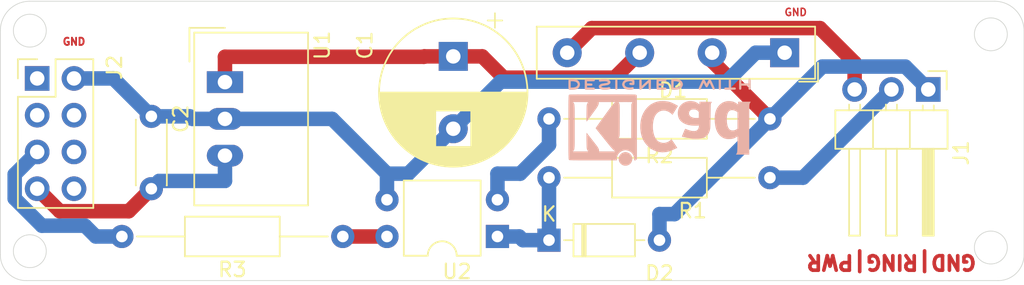
<source format=kicad_pcb>
(kicad_pcb (version 20171130) (host pcbnew "(5.1.10)-1")

  (general
    (thickness 1.6)
    (drawings 15)
    (tracks 57)
    (zones 0)
    (modules 12)
    (nets 16)
  )

  (page A4)
  (title_block
    (title "smart ring")
    (date 2021-05-31)
    (rev 1.)
  )

  (layers
    (0 F.Cu signal)
    (31 B.Cu signal)
    (32 B.Adhes user)
    (33 F.Adhes user)
    (34 B.Paste user)
    (35 F.Paste user)
    (36 B.SilkS user)
    (37 F.SilkS user)
    (38 B.Mask user)
    (39 F.Mask user)
    (40 Dwgs.User user)
    (41 Cmts.User user)
    (42 Eco1.User user)
    (43 Eco2.User user)
    (44 Edge.Cuts user)
    (45 Margin user)
    (46 B.CrtYd user)
    (47 F.CrtYd user)
    (48 B.Fab user)
    (49 F.Fab user)
  )

  (setup
    (last_trace_width 1)
    (trace_clearance 0.2)
    (zone_clearance 0.508)
    (zone_45_only no)
    (trace_min 0.2)
    (via_size 0.8)
    (via_drill 0.4)
    (via_min_size 0.4)
    (via_min_drill 0.3)
    (uvia_size 0.3)
    (uvia_drill 0.1)
    (uvias_allowed no)
    (uvia_min_size 0.2)
    (uvia_min_drill 0.1)
    (edge_width 0.05)
    (segment_width 0.2)
    (pcb_text_width 0.3)
    (pcb_text_size 1.5 1.5)
    (mod_edge_width 0.12)
    (mod_text_size 1 1)
    (mod_text_width 0.15)
    (pad_size 1.524 1.524)
    (pad_drill 0.762)
    (pad_to_mask_clearance 0)
    (aux_axis_origin 0 0)
    (visible_elements 7FFFFFFF)
    (pcbplotparams
      (layerselection 0x010fc_ffffffff)
      (usegerberextensions false)
      (usegerberattributes true)
      (usegerberadvancedattributes true)
      (creategerberjobfile true)
      (excludeedgelayer true)
      (linewidth 0.100000)
      (plotframeref false)
      (viasonmask false)
      (mode 1)
      (useauxorigin false)
      (hpglpennumber 1)
      (hpglpenspeed 20)
      (hpglpendiameter 15.000000)
      (psnegative false)
      (psa4output false)
      (plotreference true)
      (plotvalue true)
      (plotinvisibletext false)
      (padsonsilk false)
      (subtractmaskfromsilk false)
      (outputformat 1)
      (mirror false)
      (drillshape 0)
      (scaleselection 1)
      (outputdirectory "gerber_final/"))
  )

  (net 0 "")
  (net 1 "Net-(C1-Pad1)")
  (net 2 /VCC)
  (net 3 "Net-(D2-Pad1)")
  (net 4 /TX)
  (net 5 /CH_PD)
  (net 6 /RST)
  (net 7 /GPIO2)
  (net 8 /GPIO0)
  (net 9 /RX)
  (net 10 "Net-(R2-Pad2)")
  (net 11 "Net-(R3-Pad1)")
  (net 12 /POWER)
  (net 13 /RING)
  (net 14 /GND)
  (net 15 /GND2)

  (net_class Default "This is the default net class."
    (clearance 0.2)
    (trace_width 1)
    (via_dia 0.8)
    (via_drill 0.4)
    (uvia_dia 0.3)
    (uvia_drill 0.1)
    (add_net /CH_PD)
    (add_net /GND)
    (add_net /GND2)
    (add_net /GPIO0)
    (add_net /GPIO2)
    (add_net /POWER)
    (add_net /RING)
    (add_net /RST)
    (add_net /RX)
    (add_net /TX)
    (add_net /VCC)
    (add_net "Net-(C1-Pad1)")
    (add_net "Net-(D2-Pad1)")
    (add_net "Net-(R2-Pad2)")
    (add_net "Net-(R3-Pad1)")
  )

  (module Connector_PinHeader_2.54mm:PinHeader_1x03_P2.54mm_Horizontal (layer F.Cu) (tedit 59FED5CB) (tstamp 60BAD42E)
    (at 147.828 67.056 270)
    (descr "Through hole angled pin header, 1x03, 2.54mm pitch, 6mm pin length, single row")
    (tags "Through hole angled pin header THT 1x03 2.54mm single row")
    (path /60BC3C6F)
    (fp_text reference J1 (at 4.385 -2.27 270) (layer F.SilkS)
      (effects (font (size 1 1) (thickness 0.15)))
    )
    (fp_text value Conn_01x03_Male (at 4.385 7.874 270) (layer F.Fab)
      (effects (font (size 1 1) (thickness 0.15)))
    )
    (fp_line (start 10.55 -1.8) (end -1.8 -1.8) (layer F.CrtYd) (width 0.05))
    (fp_line (start 10.55 6.85) (end 10.55 -1.8) (layer F.CrtYd) (width 0.05))
    (fp_line (start -1.8 6.85) (end 10.55 6.85) (layer F.CrtYd) (width 0.05))
    (fp_line (start -1.8 -1.8) (end -1.8 6.85) (layer F.CrtYd) (width 0.05))
    (fp_line (start -1.27 -1.27) (end 0 -1.27) (layer F.SilkS) (width 0.12))
    (fp_line (start -1.27 0) (end -1.27 -1.27) (layer F.SilkS) (width 0.12))
    (fp_line (start 1.042929 5.46) (end 1.44 5.46) (layer F.SilkS) (width 0.12))
    (fp_line (start 1.042929 4.7) (end 1.44 4.7) (layer F.SilkS) (width 0.12))
    (fp_line (start 10.1 5.46) (end 4.1 5.46) (layer F.SilkS) (width 0.12))
    (fp_line (start 10.1 4.7) (end 10.1 5.46) (layer F.SilkS) (width 0.12))
    (fp_line (start 4.1 4.7) (end 10.1 4.7) (layer F.SilkS) (width 0.12))
    (fp_line (start 1.44 3.81) (end 4.1 3.81) (layer F.SilkS) (width 0.12))
    (fp_line (start 1.042929 2.92) (end 1.44 2.92) (layer F.SilkS) (width 0.12))
    (fp_line (start 1.042929 2.16) (end 1.44 2.16) (layer F.SilkS) (width 0.12))
    (fp_line (start 10.1 2.92) (end 4.1 2.92) (layer F.SilkS) (width 0.12))
    (fp_line (start 10.1 2.16) (end 10.1 2.92) (layer F.SilkS) (width 0.12))
    (fp_line (start 4.1 2.16) (end 10.1 2.16) (layer F.SilkS) (width 0.12))
    (fp_line (start 1.44 1.27) (end 4.1 1.27) (layer F.SilkS) (width 0.12))
    (fp_line (start 1.11 0.38) (end 1.44 0.38) (layer F.SilkS) (width 0.12))
    (fp_line (start 1.11 -0.38) (end 1.44 -0.38) (layer F.SilkS) (width 0.12))
    (fp_line (start 4.1 0.28) (end 10.1 0.28) (layer F.SilkS) (width 0.12))
    (fp_line (start 4.1 0.16) (end 10.1 0.16) (layer F.SilkS) (width 0.12))
    (fp_line (start 4.1 0.04) (end 10.1 0.04) (layer F.SilkS) (width 0.12))
    (fp_line (start 4.1 -0.08) (end 10.1 -0.08) (layer F.SilkS) (width 0.12))
    (fp_line (start 4.1 -0.2) (end 10.1 -0.2) (layer F.SilkS) (width 0.12))
    (fp_line (start 4.1 -0.32) (end 10.1 -0.32) (layer F.SilkS) (width 0.12))
    (fp_line (start 10.1 0.38) (end 4.1 0.38) (layer F.SilkS) (width 0.12))
    (fp_line (start 10.1 -0.38) (end 10.1 0.38) (layer F.SilkS) (width 0.12))
    (fp_line (start 4.1 -0.38) (end 10.1 -0.38) (layer F.SilkS) (width 0.12))
    (fp_line (start 4.1 -1.33) (end 1.44 -1.33) (layer F.SilkS) (width 0.12))
    (fp_line (start 4.1 6.41) (end 4.1 -1.33) (layer F.SilkS) (width 0.12))
    (fp_line (start 1.44 6.41) (end 4.1 6.41) (layer F.SilkS) (width 0.12))
    (fp_line (start 1.44 -1.33) (end 1.44 6.41) (layer F.SilkS) (width 0.12))
    (fp_line (start 4.04 5.4) (end 10.04 5.4) (layer F.Fab) (width 0.1))
    (fp_line (start 10.04 4.76) (end 10.04 5.4) (layer F.Fab) (width 0.1))
    (fp_line (start 4.04 4.76) (end 10.04 4.76) (layer F.Fab) (width 0.1))
    (fp_line (start -0.32 5.4) (end 1.5 5.4) (layer F.Fab) (width 0.1))
    (fp_line (start -0.32 4.76) (end -0.32 5.4) (layer F.Fab) (width 0.1))
    (fp_line (start -0.32 4.76) (end 1.5 4.76) (layer F.Fab) (width 0.1))
    (fp_line (start 4.04 2.86) (end 10.04 2.86) (layer F.Fab) (width 0.1))
    (fp_line (start 10.04 2.22) (end 10.04 2.86) (layer F.Fab) (width 0.1))
    (fp_line (start 4.04 2.22) (end 10.04 2.22) (layer F.Fab) (width 0.1))
    (fp_line (start -0.32 2.86) (end 1.5 2.86) (layer F.Fab) (width 0.1))
    (fp_line (start -0.32 2.22) (end -0.32 2.86) (layer F.Fab) (width 0.1))
    (fp_line (start -0.32 2.22) (end 1.5 2.22) (layer F.Fab) (width 0.1))
    (fp_line (start 4.04 0.32) (end 10.04 0.32) (layer F.Fab) (width 0.1))
    (fp_line (start 10.04 -0.32) (end 10.04 0.32) (layer F.Fab) (width 0.1))
    (fp_line (start 4.04 -0.32) (end 10.04 -0.32) (layer F.Fab) (width 0.1))
    (fp_line (start -0.32 0.32) (end 1.5 0.32) (layer F.Fab) (width 0.1))
    (fp_line (start -0.32 -0.32) (end -0.32 0.32) (layer F.Fab) (width 0.1))
    (fp_line (start -0.32 -0.32) (end 1.5 -0.32) (layer F.Fab) (width 0.1))
    (fp_line (start 1.5 -0.635) (end 2.135 -1.27) (layer F.Fab) (width 0.1))
    (fp_line (start 1.5 6.35) (end 1.5 -0.635) (layer F.Fab) (width 0.1))
    (fp_line (start 4.04 6.35) (end 1.5 6.35) (layer F.Fab) (width 0.1))
    (fp_line (start 4.04 -1.27) (end 4.04 6.35) (layer F.Fab) (width 0.1))
    (fp_line (start 2.135 -1.27) (end 4.04 -1.27) (layer F.Fab) (width 0.1))
    (fp_text user %R (at 2.77 2.54) (layer F.Fab)
      (effects (font (size 1 1) (thickness 0.15)))
    )
    (pad 3 thru_hole oval (at 0 5.08 270) (size 1.7 1.7) (drill 1) (layers *.Cu *.Mask)
      (net 12 /POWER))
    (pad 2 thru_hole oval (at 0 2.54 270) (size 1.7 1.7) (drill 1) (layers *.Cu *.Mask)
      (net 13 /RING))
    (pad 1 thru_hole rect (at 0 0 270) (size 1.7 1.7) (drill 1) (layers *.Cu *.Mask)
      (net 15 /GND2))
    (model ${KISYS3DMOD}/Connector_PinHeader_2.54mm.3dshapes/PinHeader_1x03_P2.54mm_Horizontal.wrl
      (at (xyz 0 0 0))
      (scale (xyz 1 1 1))
      (rotate (xyz 0 0 0))
    )
  )

  (module Symbol:KiCad-Logo2_5mm_SilkScreen (layer B.Cu) (tedit 0) (tstamp 60B68512)
    (at 129.286 69.342)
    (descr "KiCad Logo")
    (tags "Logo KiCad")
    (attr virtual)
    (fp_text reference L1 (at -7.62 1.016) (layer B.SilkS) hide
      (effects (font (size 1 1) (thickness 0.15)) (justify mirror))
    )
    (fp_text value "" (at 0 -5.08) (layer B.Fab) hide
      (effects (font (size 1 1) (thickness 0.15)) (justify mirror))
    )
    (fp_poly (pts (xy -2.9464 2.510946) (xy -2.935535 2.397007) (xy -2.903918 2.289384) (xy -2.853015 2.190385)
      (xy -2.784293 2.102316) (xy -2.699219 2.027484) (xy -2.602232 1.969616) (xy -2.495964 1.929995)
      (xy -2.38895 1.911427) (xy -2.2833 1.912566) (xy -2.181125 1.93207) (xy -2.084534 1.968594)
      (xy -1.995638 2.020795) (xy -1.916546 2.087327) (xy -1.849369 2.166848) (xy -1.796217 2.258013)
      (xy -1.759199 2.359477) (xy -1.740427 2.469898) (xy -1.738489 2.519794) (xy -1.738489 2.607733)
      (xy -1.68656 2.607733) (xy -1.650253 2.604889) (xy -1.623355 2.593089) (xy -1.596249 2.569351)
      (xy -1.557867 2.530969) (xy -1.557867 0.339398) (xy -1.557876 0.077261) (xy -1.557908 -0.163241)
      (xy -1.557972 -0.383048) (xy -1.558076 -0.583101) (xy -1.558227 -0.764344) (xy -1.558434 -0.927716)
      (xy -1.558706 -1.07416) (xy -1.55905 -1.204617) (xy -1.559474 -1.320029) (xy -1.559987 -1.421338)
      (xy -1.560597 -1.509484) (xy -1.561312 -1.58541) (xy -1.56214 -1.650057) (xy -1.563089 -1.704367)
      (xy -1.564167 -1.74928) (xy -1.565383 -1.78574) (xy -1.566745 -1.814687) (xy -1.568261 -1.837063)
      (xy -1.569938 -1.853809) (xy -1.571786 -1.865868) (xy -1.573813 -1.87418) (xy -1.576025 -1.879687)
      (xy -1.577108 -1.881537) (xy -1.581271 -1.888549) (xy -1.584805 -1.894996) (xy -1.588635 -1.9009)
      (xy -1.593682 -1.906286) (xy -1.600871 -1.911178) (xy -1.611123 -1.915598) (xy -1.625364 -1.919572)
      (xy -1.644514 -1.923121) (xy -1.669499 -1.92627) (xy -1.70124 -1.929042) (xy -1.740662 -1.931461)
      (xy -1.788686 -1.933551) (xy -1.846237 -1.935335) (xy -1.914237 -1.936837) (xy -1.99361 -1.93808)
      (xy -2.085279 -1.939089) (xy -2.190166 -1.939885) (xy -2.309196 -1.940494) (xy -2.44329 -1.940939)
      (xy -2.593373 -1.941243) (xy -2.760367 -1.94143) (xy -2.945196 -1.941524) (xy -3.148783 -1.941548)
      (xy -3.37205 -1.941525) (xy -3.615922 -1.94148) (xy -3.881321 -1.941437) (xy -3.919704 -1.941432)
      (xy -4.186682 -1.941389) (xy -4.432002 -1.941318) (xy -4.656583 -1.941213) (xy -4.861345 -1.941066)
      (xy -5.047206 -1.940869) (xy -5.215088 -1.940616) (xy -5.365908 -1.9403) (xy -5.500587 -1.939913)
      (xy -5.620044 -1.939447) (xy -5.725199 -1.938897) (xy -5.816971 -1.938253) (xy -5.896279 -1.937511)
      (xy -5.964043 -1.936661) (xy -6.021182 -1.935697) (xy -6.068617 -1.934611) (xy -6.107266 -1.933397)
      (xy -6.138049 -1.932047) (xy -6.161885 -1.930555) (xy -6.179694 -1.928911) (xy -6.192395 -1.927111)
      (xy -6.200908 -1.925145) (xy -6.205266 -1.923477) (xy -6.213728 -1.919906) (xy -6.221497 -1.91727)
      (xy -6.228602 -1.914634) (xy -6.235073 -1.911062) (xy -6.240939 -1.905621) (xy -6.246229 -1.897375)
      (xy -6.250974 -1.88539) (xy -6.255202 -1.868731) (xy -6.258943 -1.846463) (xy -6.262227 -1.817652)
      (xy -6.265083 -1.781363) (xy -6.26754 -1.736661) (xy -6.269629 -1.682611) (xy -6.271378 -1.618279)
      (xy -6.272817 -1.54273) (xy -6.273976 -1.45503) (xy -6.274883 -1.354243) (xy -6.275569 -1.239434)
      (xy -6.276063 -1.10967) (xy -6.276395 -0.964015) (xy -6.276593 -0.801535) (xy -6.276687 -0.621295)
      (xy -6.276708 -0.42236) (xy -6.276685 -0.203796) (xy -6.276646 0.035332) (xy -6.276622 0.29596)
      (xy -6.276622 0.338111) (xy -6.276636 0.601008) (xy -6.276661 0.842268) (xy -6.276671 1.062835)
      (xy -6.276642 1.263648) (xy -6.276548 1.445651) (xy -6.276362 1.609784) (xy -6.276059 1.756989)
      (xy -6.275614 1.888208) (xy -6.275034 1.998133) (xy -5.972197 1.998133) (xy -5.932407 1.940289)
      (xy -5.921236 1.924521) (xy -5.911166 1.910559) (xy -5.902138 1.897216) (xy -5.894097 1.883307)
      (xy -5.886986 1.867644) (xy -5.880747 1.849042) (xy -5.875325 1.826314) (xy -5.870662 1.798273)
      (xy -5.866701 1.763733) (xy -5.863385 1.721508) (xy -5.860659 1.670411) (xy -5.858464 1.609256)
      (xy -5.856745 1.536856) (xy -5.855444 1.452025) (xy -5.854505 1.353578) (xy -5.85387 1.240326)
      (xy -5.853484 1.111084) (xy -5.853288 0.964666) (xy -5.853227 0.799884) (xy -5.853243 0.615553)
      (xy -5.85328 0.410487) (xy -5.853289 0.287867) (xy -5.853265 0.070918) (xy -5.853231 -0.124642)
      (xy -5.853243 -0.299999) (xy -5.853358 -0.456341) (xy -5.85363 -0.594857) (xy -5.854118 -0.716734)
      (xy -5.854876 -0.82316) (xy -5.855962 -0.915322) (xy -5.857431 -0.994409) (xy -5.85934 -1.061608)
      (xy -5.861744 -1.118107) (xy -5.864701 -1.165093) (xy -5.868266 -1.203755) (xy -5.872495 -1.23528)
      (xy -5.877446 -1.260855) (xy -5.883173 -1.28167) (xy -5.889733 -1.298911) (xy -5.897183 -1.313765)
      (xy -5.905579 -1.327422) (xy -5.914976 -1.341069) (xy -5.925432 -1.355893) (xy -5.931523 -1.364783)
      (xy -5.970296 -1.4224) (xy -5.438732 -1.4224) (xy -5.315483 -1.422365) (xy -5.212987 -1.422215)
      (xy -5.12942 -1.421878) (xy -5.062956 -1.421286) (xy -5.011771 -1.420367) (xy -4.974041 -1.419051)
      (xy -4.94794 -1.417269) (xy -4.931644 -1.414951) (xy -4.923328 -1.412026) (xy -4.921168 -1.408424)
      (xy -4.923339 -1.404075) (xy -4.924535 -1.402645) (xy -4.949685 -1.365573) (xy -4.975583 -1.312772)
      (xy -4.999192 -1.25077) (xy -5.007461 -1.224357) (xy -5.012078 -1.206416) (xy -5.015979 -1.185355)
      (xy -5.019248 -1.159089) (xy -5.021966 -1.125532) (xy -5.024215 -1.082599) (xy -5.026077 -1.028204)
      (xy -5.027636 -0.960262) (xy -5.028972 -0.876688) (xy -5.030169 -0.775395) (xy -5.031308 -0.6543)
      (xy -5.031685 -0.6096) (xy -5.032702 -0.484449) (xy -5.03346 -0.380082) (xy -5.033903 -0.294707)
      (xy -5.03397 -0.226533) (xy -5.033605 -0.173765) (xy -5.032748 -0.134614) (xy -5.031341 -0.107285)
      (xy -5.029325 -0.089986) (xy -5.026643 -0.080926) (xy -5.023236 -0.078312) (xy -5.019044 -0.080351)
      (xy -5.014571 -0.084667) (xy -5.004216 -0.097602) (xy -4.982158 -0.126676) (xy -4.949957 -0.169759)
      (xy -4.909174 -0.224718) (xy -4.86137 -0.289423) (xy -4.808105 -0.361742) (xy -4.75094 -0.439544)
      (xy -4.691437 -0.520698) (xy -4.631155 -0.603072) (xy -4.571655 -0.684536) (xy -4.514498 -0.762957)
      (xy -4.461245 -0.836204) (xy -4.413457 -0.902147) (xy -4.372693 -0.958654) (xy -4.340516 -1.003593)
      (xy -4.318485 -1.034834) (xy -4.313917 -1.041466) (xy -4.290996 -1.078369) (xy -4.264188 -1.126359)
      (xy -4.238789 -1.175897) (xy -4.235568 -1.182577) (xy -4.21389 -1.230772) (xy -4.201304 -1.268334)
      (xy -4.195574 -1.30416) (xy -4.194456 -1.3462) (xy -4.19509 -1.4224) (xy -3.040651 -1.4224)
      (xy -3.131815 -1.328669) (xy -3.178612 -1.278775) (xy -3.228899 -1.222295) (xy -3.274944 -1.168026)
      (xy -3.295369 -1.142673) (xy -3.325807 -1.103128) (xy -3.365862 -1.049916) (xy -3.414361 -0.984667)
      (xy -3.470135 -0.909011) (xy -3.532011 -0.824577) (xy -3.598819 -0.732994) (xy -3.669387 -0.635892)
      (xy -3.742545 -0.534901) (xy -3.817121 -0.43165) (xy -3.891944 -0.327768) (xy -3.965843 -0.224885)
      (xy -4.037646 -0.124631) (xy -4.106184 -0.028636) (xy -4.170284 0.061473) (xy -4.228775 0.144064)
      (xy -4.280486 0.217508) (xy -4.324247 0.280176) (xy -4.358885 0.330439) (xy -4.38323 0.366666)
      (xy -4.396111 0.387229) (xy -4.397869 0.391332) (xy -4.38991 0.402658) (xy -4.369115 0.429838)
      (xy -4.336847 0.471171) (xy -4.29447 0.524956) (xy -4.243347 0.589494) (xy -4.184841 0.663082)
      (xy -4.120314 0.744022) (xy -4.051131 0.830612) (xy -3.978653 0.921152) (xy -3.904246 1.01394)
      (xy -3.844517 1.088298) (xy -2.833511 1.088298) (xy -2.827602 1.075341) (xy -2.813272 1.053092)
      (xy -2.812225 1.051609) (xy -2.793438 1.021456) (xy -2.773791 0.984625) (xy -2.769892 0.976489)
      (xy -2.766356 0.96806) (xy -2.76323 0.957941) (xy -2.760486 0.94474) (xy -2.758092 0.927062)
      (xy -2.756019 0.903516) (xy -2.754235 0.872707) (xy -2.752712 0.833243) (xy -2.751419 0.783731)
      (xy -2.750326 0.722777) (xy -2.749403 0.648989) (xy -2.748619 0.560972) (xy -2.747945 0.457335)
      (xy -2.74735 0.336684) (xy -2.746805 0.197626) (xy -2.746279 0.038768) (xy -2.745745 -0.140089)
      (xy -2.745206 -0.325207) (xy -2.744772 -0.489145) (xy -2.744509 -0.633303) (xy -2.744484 -0.759079)
      (xy -2.744765 -0.867871) (xy -2.745419 -0.961077) (xy -2.746514 -1.040097) (xy -2.748118 -1.106328)
      (xy -2.750297 -1.16117) (xy -2.753119 -1.206021) (xy -2.756651 -1.242278) (xy -2.760961 -1.271341)
      (xy -2.766117 -1.294609) (xy -2.772185 -1.313479) (xy -2.779233 -1.329351) (xy -2.787329 -1.343622)
      (xy -2.79654 -1.357691) (xy -2.80504 -1.370158) (xy -2.822176 -1.396452) (xy -2.832322 -1.414037)
      (xy -2.833511 -1.417257) (xy -2.822604 -1.418334) (xy -2.791411 -1.419335) (xy -2.742223 -1.420235)
      (xy -2.677333 -1.42101) (xy -2.59903 -1.421637) (xy -2.509607 -1.422091) (xy -2.411356 -1.422349)
      (xy -2.342445 -1.4224) (xy -2.237452 -1.42218) (xy -2.14061 -1.421548) (xy -2.054107 -1.420549)
      (xy -1.980132 -1.419227) (xy -1.920874 -1.417626) (xy -1.87852 -1.415791) (xy -1.85526 -1.413765)
      (xy -1.851378 -1.412493) (xy -1.859076 -1.397591) (xy -1.867074 -1.38956) (xy -1.880246 -1.372434)
      (xy -1.897485 -1.342183) (xy -1.909407 -1.317622) (xy -1.936045 -1.258711) (xy -1.93912 -0.081845)
      (xy -1.942195 1.095022) (xy -2.387853 1.095022) (xy -2.48567 1.094858) (xy -2.576064 1.094389)
      (xy -2.65663 1.093653) (xy -2.724962 1.092684) (xy -2.778656 1.09152) (xy -2.815305 1.090197)
      (xy -2.832504 1.088751) (xy -2.833511 1.088298) (xy -3.844517 1.088298) (xy -3.82927 1.107278)
      (xy -3.75509 1.199463) (xy -3.683069 1.288796) (xy -3.614569 1.373576) (xy -3.550955 1.452102)
      (xy -3.493588 1.522674) (xy -3.443833 1.583591) (xy -3.403052 1.633153) (xy -3.385888 1.653822)
      (xy -3.299596 1.754484) (xy -3.222997 1.837741) (xy -3.154183 1.905562) (xy -3.091248 1.959911)
      (xy -3.081867 1.967278) (xy -3.042356 1.997883) (xy -4.174116 1.998133) (xy -4.168827 1.950156)
      (xy -4.17213 1.892812) (xy -4.193661 1.824537) (xy -4.233635 1.744788) (xy -4.278943 1.672505)
      (xy -4.295161 1.64986) (xy -4.323214 1.612304) (xy -4.36143 1.561979) (xy -4.408137 1.501027)
      (xy -4.461661 1.431589) (xy -4.520331 1.355806) (xy -4.582475 1.27582) (xy -4.646421 1.193772)
      (xy -4.710495 1.111804) (xy -4.773027 1.032057) (xy -4.832343 0.956673) (xy -4.886771 0.887793)
      (xy -4.934639 0.827558) (xy -4.974275 0.778111) (xy -5.004006 0.741592) (xy -5.022161 0.720142)
      (xy -5.02522 0.716844) (xy -5.028079 0.724851) (xy -5.030293 0.755145) (xy -5.031857 0.807444)
      (xy -5.032767 0.881469) (xy -5.03302 0.976937) (xy -5.032613 1.093566) (xy -5.031704 1.213555)
      (xy -5.030382 1.345667) (xy -5.028857 1.457406) (xy -5.026881 1.550975) (xy -5.024206 1.628581)
      (xy -5.020582 1.692426) (xy -5.015761 1.744717) (xy -5.009494 1.787656) (xy -5.001532 1.823449)
      (xy -4.991627 1.8543) (xy -4.979531 1.882414) (xy -4.964993 1.909995) (xy -4.950311 1.935034)
      (xy -4.912314 1.998133) (xy -5.972197 1.998133) (xy -6.275034 1.998133) (xy -6.275001 2.004383)
      (xy -6.274195 2.106456) (xy -6.27317 2.195367) (xy -6.2719 2.272059) (xy -6.27036 2.337473)
      (xy -6.268524 2.392551) (xy -6.266367 2.438235) (xy -6.263863 2.475466) (xy -6.260987 2.505187)
      (xy -6.257713 2.528338) (xy -6.254015 2.545861) (xy -6.249869 2.558699) (xy -6.245247 2.567792)
      (xy -6.240126 2.574082) (xy -6.234478 2.578512) (xy -6.228279 2.582022) (xy -6.221504 2.585555)
      (xy -6.215508 2.589124) (xy -6.210275 2.5917) (xy -6.202099 2.594028) (xy -6.189886 2.596122)
      (xy -6.172541 2.597993) (xy -6.148969 2.599653) (xy -6.118077 2.601116) (xy -6.078768 2.602392)
      (xy -6.02995 2.603496) (xy -5.970527 2.604439) (xy -5.899404 2.605233) (xy -5.815488 2.605891)
      (xy -5.717683 2.606425) (xy -5.604894 2.606847) (xy -5.476029 2.607171) (xy -5.329991 2.607408)
      (xy -5.165686 2.60757) (xy -4.98202 2.60767) (xy -4.777897 2.60772) (xy -4.566753 2.607733)
      (xy -2.9464 2.607733) (xy -2.9464 2.510946)) (layer B.SilkS) (width 0.01))
    (fp_poly (pts (xy 0.328429 2.050929) (xy 0.48857 2.029755) (xy 0.65251 1.989615) (xy 0.822313 1.930111)
      (xy 1.000043 1.850846) (xy 1.01131 1.845301) (xy 1.069005 1.817275) (xy 1.120552 1.793198)
      (xy 1.162191 1.774751) (xy 1.190162 1.763614) (xy 1.199733 1.761067) (xy 1.21895 1.756059)
      (xy 1.223561 1.751853) (xy 1.218458 1.74142) (xy 1.202418 1.715132) (xy 1.177288 1.675743)
      (xy 1.144914 1.626009) (xy 1.107143 1.568685) (xy 1.065822 1.506524) (xy 1.022798 1.442282)
      (xy 0.979917 1.378715) (xy 0.939026 1.318575) (xy 0.901971 1.26462) (xy 0.8706 1.219603)
      (xy 0.846759 1.186279) (xy 0.832294 1.167403) (xy 0.830309 1.165213) (xy 0.820191 1.169862)
      (xy 0.79785 1.187038) (xy 0.76728 1.21356) (xy 0.751536 1.228036) (xy 0.655047 1.303318)
      (xy 0.548336 1.358759) (xy 0.432832 1.393859) (xy 0.309962 1.40812) (xy 0.240561 1.406949)
      (xy 0.119423 1.389788) (xy 0.010205 1.353906) (xy -0.087418 1.299041) (xy -0.173772 1.22493)
      (xy -0.249185 1.131312) (xy -0.313982 1.017924) (xy -0.351399 0.931333) (xy -0.395252 0.795634)
      (xy -0.427572 0.64815) (xy -0.448443 0.492686) (xy -0.457949 0.333044) (xy -0.456173 0.173027)
      (xy -0.443197 0.016439) (xy -0.419106 -0.132918) (xy -0.383982 -0.27124) (xy -0.337908 -0.394724)
      (xy -0.321627 -0.428978) (xy -0.25338 -0.543064) (xy -0.172921 -0.639557) (xy -0.08143 -0.71767)
      (xy 0.019911 -0.776617) (xy 0.12992 -0.815612) (xy 0.247415 -0.833868) (xy 0.288883 -0.835211)
      (xy 0.410441 -0.82429) (xy 0.530878 -0.791474) (xy 0.648666 -0.737439) (xy 0.762277 -0.662865)
      (xy 0.853685 -0.584539) (xy 0.900215 -0.540008) (xy 1.081483 -0.837271) (xy 1.12658 -0.911433)
      (xy 1.167819 -0.979646) (xy 1.203735 -1.039459) (xy 1.232866 -1.08842) (xy 1.25375 -1.124079)
      (xy 1.264924 -1.143984) (xy 1.266375 -1.147079) (xy 1.258146 -1.156718) (xy 1.232567 -1.173999)
      (xy 1.192873 -1.197283) (xy 1.142297 -1.224934) (xy 1.084074 -1.255315) (xy 1.021437 -1.28679)
      (xy 0.957621 -1.317722) (xy 0.89586 -1.346473) (xy 0.839388 -1.371408) (xy 0.791438 -1.390889)
      (xy 0.767986 -1.399318) (xy 0.634221 -1.437133) (xy 0.496327 -1.462136) (xy 0.348622 -1.47514)
      (xy 0.221833 -1.477468) (xy 0.153878 -1.476373) (xy 0.088277 -1.474275) (xy 0.030847 -1.471434)
      (xy -0.012597 -1.468106) (xy -0.026702 -1.466422) (xy -0.165716 -1.437587) (xy -0.307243 -1.392468)
      (xy -0.444725 -1.33375) (xy -0.571606 -1.26412) (xy -0.649111 -1.211441) (xy -0.776519 -1.103239)
      (xy -0.894822 -0.976671) (xy -1.001828 -0.834866) (xy -1.095348 -0.680951) (xy -1.17319 -0.518053)
      (xy -1.217044 -0.400756) (xy -1.267292 -0.217128) (xy -1.300791 -0.022581) (xy -1.317551 0.178675)
      (xy -1.317584 0.382432) (xy -1.300899 0.584479) (xy -1.267507 0.780608) (xy -1.21742 0.966609)
      (xy -1.213603 0.978197) (xy -1.150719 1.14025) (xy -1.073972 1.288168) (xy -0.980758 1.426135)
      (xy -0.868473 1.558339) (xy -0.824608 1.603601) (xy -0.688466 1.727543) (xy -0.548509 1.830085)
      (xy -0.402589 1.912344) (xy -0.248558 1.975436) (xy -0.084268 2.020477) (xy 0.011289 2.037967)
      (xy 0.170023 2.053534) (xy 0.328429 2.050929)) (layer B.SilkS) (width 0.01))
    (fp_poly (pts (xy 2.673574 1.133448) (xy 2.825492 1.113433) (xy 2.960756 1.079798) (xy 3.080239 1.032275)
      (xy 3.184815 0.970595) (xy 3.262424 0.907035) (xy 3.331265 0.832901) (xy 3.385006 0.753129)
      (xy 3.42791 0.660909) (xy 3.443384 0.617839) (xy 3.456244 0.578858) (xy 3.467446 0.542711)
      (xy 3.47712 0.507566) (xy 3.485396 0.47159) (xy 3.492403 0.43295) (xy 3.498272 0.389815)
      (xy 3.503131 0.340351) (xy 3.50711 0.282727) (xy 3.51034 0.215109) (xy 3.512949 0.135666)
      (xy 3.515067 0.042564) (xy 3.516824 -0.066027) (xy 3.518349 -0.191942) (xy 3.519772 -0.337012)
      (xy 3.521025 -0.479778) (xy 3.522351 -0.635968) (xy 3.523556 -0.771239) (xy 3.524766 -0.887246)
      (xy 3.526106 -0.985645) (xy 3.5277 -1.068093) (xy 3.529675 -1.136246) (xy 3.532156 -1.19176)
      (xy 3.535269 -1.236292) (xy 3.539138 -1.271498) (xy 3.543889 -1.299034) (xy 3.549648 -1.320556)
      (xy 3.556539 -1.337722) (xy 3.564689 -1.352186) (xy 3.574223 -1.365606) (xy 3.585266 -1.379638)
      (xy 3.589566 -1.385071) (xy 3.605386 -1.40791) (xy 3.612422 -1.423463) (xy 3.612444 -1.423922)
      (xy 3.601567 -1.426121) (xy 3.570582 -1.428147) (xy 3.521957 -1.429942) (xy 3.458163 -1.431451)
      (xy 3.381669 -1.432616) (xy 3.294944 -1.43338) (xy 3.200457 -1.433686) (xy 3.18955 -1.433689)
      (xy 2.766657 -1.433689) (xy 2.763395 -1.337622) (xy 2.760133 -1.241556) (xy 2.698044 -1.292543)
      (xy 2.600714 -1.360057) (xy 2.490813 -1.414749) (xy 2.404349 -1.444978) (xy 2.335278 -1.459666)
      (xy 2.251925 -1.469659) (xy 2.162159 -1.474646) (xy 2.073845 -1.474313) (xy 1.994851 -1.468351)
      (xy 1.958622 -1.462638) (xy 1.818603 -1.424776) (xy 1.692178 -1.369932) (xy 1.58026 -1.298924)
      (xy 1.483762 -1.212568) (xy 1.4036 -1.111679) (xy 1.340687 -0.997076) (xy 1.296312 -0.870984)
      (xy 1.283978 -0.814401) (xy 1.276368 -0.752202) (xy 1.272739 -0.677363) (xy 1.272245 -0.643467)
      (xy 1.27231 -0.640282) (xy 2.032248 -0.640282) (xy 2.041541 -0.715333) (xy 2.069728 -0.77916)
      (xy 2.118197 -0.834798) (xy 2.123254 -0.839211) (xy 2.171548 -0.874037) (xy 2.223257 -0.89662)
      (xy 2.283989 -0.90854) (xy 2.359352 -0.911383) (xy 2.377459 -0.910978) (xy 2.431278 -0.908325)
      (xy 2.471308 -0.902909) (xy 2.506324 -0.892745) (xy 2.545103 -0.87585) (xy 2.555745 -0.870672)
      (xy 2.616396 -0.834844) (xy 2.663215 -0.792212) (xy 2.675952 -0.776973) (xy 2.720622 -0.720462)
      (xy 2.720622 -0.524586) (xy 2.720086 -0.445939) (xy 2.718396 -0.387988) (xy 2.715428 -0.348875)
      (xy 2.711057 -0.326741) (xy 2.706972 -0.320274) (xy 2.691047 -0.317111) (xy 2.657264 -0.314488)
      (xy 2.61034 -0.312655) (xy 2.554993 -0.311857) (xy 2.546106 -0.311842) (xy 2.42533 -0.317096)
      (xy 2.32266 -0.333263) (xy 2.236106 -0.360961) (xy 2.163681 -0.400808) (xy 2.108751 -0.447758)
      (xy 2.064204 -0.505645) (xy 2.03948 -0.568693) (xy 2.032248 -0.640282) (xy 1.27231 -0.640282)
      (xy 1.274178 -0.549712) (xy 1.282522 -0.470812) (xy 1.298768 -0.39959) (xy 1.324405 -0.328864)
      (xy 1.348401 -0.276493) (xy 1.40702 -0.181196) (xy 1.485117 -0.09317) (xy 1.580315 -0.014017)
      (xy 1.690238 0.05466) (xy 1.81251 0.111259) (xy 1.944755 0.154179) (xy 2.009422 0.169118)
      (xy 2.145604 0.191223) (xy 2.294049 0.205806) (xy 2.445505 0.212187) (xy 2.572064 0.210555)
      (xy 2.73395 0.203776) (xy 2.72653 0.262755) (xy 2.707238 0.361908) (xy 2.676104 0.442628)
      (xy 2.632269 0.505534) (xy 2.574871 0.551244) (xy 2.503048 0.580378) (xy 2.415941 0.593553)
      (xy 2.312686 0.591389) (xy 2.274711 0.587388) (xy 2.13352 0.56222) (xy 1.996707 0.521186)
      (xy 1.902178 0.483185) (xy 1.857018 0.46381) (xy 1.818585 0.44824) (xy 1.792234 0.438595)
      (xy 1.784546 0.436548) (xy 1.774802 0.445626) (xy 1.758083 0.474595) (xy 1.734232 0.523783)
      (xy 1.703093 0.593516) (xy 1.664507 0.684121) (xy 1.65791 0.699911) (xy 1.627853 0.772228)
      (xy 1.600874 0.837575) (xy 1.578136 0.893094) (xy 1.560806 0.935928) (xy 1.550048 0.963219)
      (xy 1.546941 0.972058) (xy 1.55694 0.976813) (xy 1.583217 0.98209) (xy 1.611489 0.985769)
      (xy 1.641646 0.990526) (xy 1.689433 0.999972) (xy 1.750612 1.01318) (xy 1.820946 1.029224)
      (xy 1.896194 1.04718) (xy 1.924755 1.054203) (xy 2.029816 1.079791) (xy 2.11748 1.099853)
      (xy 2.192068 1.115031) (xy 2.257903 1.125965) (xy 2.319307 1.133296) (xy 2.380602 1.137665)
      (xy 2.44611 1.139713) (xy 2.504128 1.140111) (xy 2.673574 1.133448)) (layer B.SilkS) (width 0.01))
    (fp_poly (pts (xy 6.186507 0.527755) (xy 6.186526 0.293338) (xy 6.186552 0.080397) (xy 6.186625 -0.112168)
      (xy 6.186782 -0.285459) (xy 6.187064 -0.440576) (xy 6.187509 -0.57862) (xy 6.188156 -0.700692)
      (xy 6.189045 -0.807894) (xy 6.190213 -0.901326) (xy 6.191701 -0.98209) (xy 6.193546 -1.051286)
      (xy 6.195789 -1.110015) (xy 6.198469 -1.159379) (xy 6.201623 -1.200478) (xy 6.205292 -1.234413)
      (xy 6.209513 -1.262286) (xy 6.214327 -1.285198) (xy 6.219773 -1.304249) (xy 6.225888 -1.32054)
      (xy 6.232712 -1.335173) (xy 6.240285 -1.349249) (xy 6.248645 -1.363868) (xy 6.253839 -1.372974)
      (xy 6.288104 -1.433689) (xy 5.429955 -1.433689) (xy 5.429955 -1.337733) (xy 5.429224 -1.29437)
      (xy 5.427272 -1.261205) (xy 5.424463 -1.243424) (xy 5.423221 -1.241778) (xy 5.411799 -1.248662)
      (xy 5.389084 -1.266505) (xy 5.366385 -1.285879) (xy 5.3118 -1.326614) (xy 5.242321 -1.367617)
      (xy 5.16527 -1.405123) (xy 5.087965 -1.435364) (xy 5.057113 -1.445012) (xy 4.988616 -1.459578)
      (xy 4.905764 -1.469539) (xy 4.816371 -1.474583) (xy 4.728248 -1.474396) (xy 4.649207 -1.468666)
      (xy 4.611511 -1.462858) (xy 4.473414 -1.424797) (xy 4.346113 -1.367073) (xy 4.230292 -1.290211)
      (xy 4.126637 -1.194739) (xy 4.035833 -1.081179) (xy 3.969031 -0.970381) (xy 3.914164 -0.853625)
      (xy 3.872163 -0.734276) (xy 3.842167 -0.608283) (xy 3.823311 -0.471594) (xy 3.814732 -0.320158)
      (xy 3.814006 -0.242711) (xy 3.8161 -0.185934) (xy 4.645217 -0.185934) (xy 4.645424 -0.279002)
      (xy 4.648337 -0.366692) (xy 4.654 -0.443772) (xy 4.662455 -0.505009) (xy 4.665038 -0.51735)
      (xy 4.69684 -0.624633) (xy 4.738498 -0.711658) (xy 4.790363 -0.778642) (xy 4.852781 -0.825805)
      (xy 4.9261 -0.853365) (xy 5.010669 -0.861541) (xy 5.106835 -0.850551) (xy 5.170311 -0.834829)
      (xy 5.219454 -0.816639) (xy 5.273583 -0.790791) (xy 5.314244 -0.767089) (xy 5.3848 -0.720721)
      (xy 5.3848 0.42947) (xy 5.317392 0.473038) (xy 5.238867 0.51396) (xy 5.154681 0.540611)
      (xy 5.069557 0.552535) (xy 4.988216 0.549278) (xy 4.91538 0.530385) (xy 4.883426 0.514816)
      (xy 4.825501 0.471819) (xy 4.776544 0.415047) (xy 4.73539 0.342425) (xy 4.700874 0.251879)
      (xy 4.671833 0.141334) (xy 4.670552 0.135467) (xy 4.660381 0.073212) (xy 4.652739 -0.004594)
      (xy 4.64767 -0.09272) (xy 4.645217 -0.185934) (xy 3.8161 -0.185934) (xy 3.821857 -0.029895)
      (xy 3.843802 0.165941) (xy 3.879786 0.344668) (xy 3.929759 0.506155) (xy 3.993668 0.650274)
      (xy 4.071462 0.776894) (xy 4.163089 0.885885) (xy 4.268497 0.977117) (xy 4.313662 1.008068)
      (xy 4.414611 1.064215) (xy 4.517901 1.103826) (xy 4.627989 1.127986) (xy 4.74933 1.137781)
      (xy 4.841836 1.136735) (xy 4.97149 1.125769) (xy 5.084084 1.103954) (xy 5.182875 1.070286)
      (xy 5.271121 1.023764) (xy 5.319986 0.989552) (xy 5.349353 0.967638) (xy 5.371043 0.952667)
      (xy 5.379253 0.948267) (xy 5.380868 0.959096) (xy 5.382159 0.989749) (xy 5.383138 1.037474)
      (xy 5.383817 1.099521) (xy 5.38421 1.173138) (xy 5.38433 1.255573) (xy 5.384188 1.344075)
      (xy 5.383797 1.435893) (xy 5.383171 1.528276) (xy 5.38232 1.618472) (xy 5.38126 1.703729)
      (xy 5.380001 1.781297) (xy 5.378556 1.848424) (xy 5.376938 1.902359) (xy 5.375161 1.94035)
      (xy 5.374669 1.947333) (xy 5.367092 2.017749) (xy 5.355531 2.072898) (xy 5.337792 2.120019)
      (xy 5.311682 2.166353) (xy 5.305415 2.175933) (xy 5.280983 2.212622) (xy 6.186311 2.212622)
      (xy 6.186507 0.527755)) (layer B.SilkS) (width 0.01))
    (fp_poly (pts (xy -2.273043 2.973429) (xy -2.176768 2.949191) (xy -2.090184 2.906359) (xy -2.015373 2.846581)
      (xy -1.954418 2.771506) (xy -1.909399 2.68278) (xy -1.883136 2.58647) (xy -1.877286 2.489205)
      (xy -1.89214 2.395346) (xy -1.92584 2.307489) (xy -1.976528 2.22823) (xy -2.042345 2.160164)
      (xy -2.121434 2.105888) (xy -2.211934 2.067998) (xy -2.2632 2.055574) (xy -2.307698 2.048053)
      (xy -2.341999 2.045081) (xy -2.37496 2.046906) (xy -2.415434 2.053775) (xy -2.448531 2.06075)
      (xy -2.541947 2.092259) (xy -2.625619 2.143383) (xy -2.697665 2.212571) (xy -2.7562 2.298272)
      (xy -2.770148 2.325511) (xy -2.786586 2.361878) (xy -2.796894 2.392418) (xy -2.80246 2.42455)
      (xy -2.804669 2.465693) (xy -2.804948 2.511778) (xy -2.800861 2.596135) (xy -2.787446 2.665414)
      (xy -2.762256 2.726039) (xy -2.722846 2.784433) (xy -2.684298 2.828698) (xy -2.612406 2.894516)
      (xy -2.537313 2.939947) (xy -2.454562 2.96715) (xy -2.376928 2.977424) (xy -2.273043 2.973429)) (layer B.SilkS) (width 0.01))
    (fp_poly (pts (xy -6.121371 -2.269066) (xy -6.081889 -2.269467) (xy -5.9662 -2.272259) (xy -5.869311 -2.28055)
      (xy -5.787919 -2.295232) (xy -5.718723 -2.317193) (xy -5.65842 -2.347322) (xy -5.603708 -2.38651)
      (xy -5.584167 -2.403532) (xy -5.55175 -2.443363) (xy -5.52252 -2.497413) (xy -5.499991 -2.557323)
      (xy -5.487679 -2.614739) (xy -5.4864 -2.635956) (xy -5.494417 -2.694769) (xy -5.515899 -2.759013)
      (xy -5.546999 -2.819821) (xy -5.583866 -2.86833) (xy -5.589854 -2.874182) (xy -5.640579 -2.915321)
      (xy -5.696125 -2.947435) (xy -5.759696 -2.971365) (xy -5.834494 -2.987953) (xy -5.923722 -2.998041)
      (xy -6.030582 -3.002469) (xy -6.079528 -3.002845) (xy -6.141762 -3.002545) (xy -6.185528 -3.001292)
      (xy -6.214931 -2.998554) (xy -6.234079 -2.993801) (xy -6.247077 -2.986501) (xy -6.254045 -2.980267)
      (xy -6.260626 -2.972694) (xy -6.265788 -2.962924) (xy -6.269703 -2.94834) (xy -6.272543 -2.926326)
      (xy -6.27448 -2.894264) (xy -6.275684 -2.849536) (xy -6.276328 -2.789526) (xy -6.276583 -2.711617)
      (xy -6.276622 -2.635956) (xy -6.27687 -2.535041) (xy -6.276817 -2.454427) (xy -6.275857 -2.415822)
      (xy -6.129867 -2.415822) (xy -6.129867 -2.856089) (xy -6.036734 -2.856004) (xy -5.980693 -2.854396)
      (xy -5.921999 -2.850256) (xy -5.873028 -2.844464) (xy -5.871538 -2.844226) (xy -5.792392 -2.82509)
      (xy -5.731002 -2.795287) (xy -5.684305 -2.752878) (xy -5.654635 -2.706961) (xy -5.636353 -2.656026)
      (xy -5.637771 -2.6082) (xy -5.658988 -2.556933) (xy -5.700489 -2.503899) (xy -5.757998 -2.4646)
      (xy -5.83275 -2.438331) (xy -5.882708 -2.429035) (xy -5.939416 -2.422507) (xy -5.999519 -2.417782)
      (xy -6.050639 -2.415817) (xy -6.053667 -2.415808) (xy -6.129867 -2.415822) (xy -6.275857 -2.415822)
      (xy -6.27526 -2.391851) (xy -6.270998 -2.345055) (xy -6.26283 -2.311778) (xy -6.249556 -2.289759)
      (xy -6.229974 -2.276739) (xy -6.202883 -2.270457) (xy -6.167082 -2.268653) (xy -6.121371 -2.269066)) (layer B.SilkS) (width 0.01))
    (fp_poly (pts (xy -4.712794 -2.269146) (xy -4.643386 -2.269518) (xy -4.590997 -2.270385) (xy -4.552847 -2.271946)
      (xy -4.526159 -2.274403) (xy -4.508153 -2.277957) (xy -4.496049 -2.28281) (xy -4.487069 -2.289161)
      (xy -4.483818 -2.292084) (xy -4.464043 -2.323142) (xy -4.460482 -2.358828) (xy -4.473491 -2.39051)
      (xy -4.479506 -2.396913) (xy -4.489235 -2.403121) (xy -4.504901 -2.40791) (xy -4.529408 -2.411514)
      (xy -4.565661 -2.414164) (xy -4.616565 -2.416095) (xy -4.685026 -2.417539) (xy -4.747617 -2.418418)
      (xy -4.995334 -2.421467) (xy -4.998719 -2.486378) (xy -5.002105 -2.551289) (xy -4.833958 -2.551289)
      (xy -4.760959 -2.551919) (xy -4.707517 -2.554553) (xy -4.670628 -2.560309) (xy -4.647288 -2.570304)
      (xy -4.634494 -2.585656) (xy -4.629242 -2.607482) (xy -4.628445 -2.627738) (xy -4.630923 -2.652592)
      (xy -4.640277 -2.670906) (xy -4.659383 -2.683637) (xy -4.691118 -2.691741) (xy -4.738359 -2.696176)
      (xy -4.803983 -2.697899) (xy -4.839801 -2.698045) (xy -5.000978 -2.698045) (xy -5.000978 -2.856089)
      (xy -4.752622 -2.856089) (xy -4.671213 -2.856202) (xy -4.609342 -2.856712) (xy -4.563968 -2.85787)
      (xy -4.532054 -2.85993) (xy -4.510559 -2.863146) (xy -4.496443 -2.867772) (xy -4.486668 -2.874059)
      (xy -4.481689 -2.878667) (xy -4.46461 -2.90556) (xy -4.459111 -2.929467) (xy -4.466963 -2.958667)
      (xy -4.481689 -2.980267) (xy -4.489546 -2.987066) (xy -4.499688 -2.992346) (xy -4.514844 -2.996298)
      (xy -4.537741 -2.999113) (xy -4.571109 -3.000982) (xy -4.617675 -3.002098) (xy -4.680167 -3.002651)
      (xy -4.761314 -3.002833) (xy -4.803422 -3.002845) (xy -4.893598 -3.002765) (xy -4.963924 -3.002398)
      (xy -5.017129 -3.001552) (xy -5.05594 -3.000036) (xy -5.083087 -2.997659) (xy -5.101298 -2.994229)
      (xy -5.1133 -2.989554) (xy -5.121822 -2.983444) (xy -5.125156 -2.980267) (xy -5.131755 -2.97267)
      (xy -5.136927 -2.96287) (xy -5.140846 -2.948239) (xy -5.143684 -2.926152) (xy -5.145615 -2.893982)
      (xy -5.146812 -2.849103) (xy -5.147448 -2.788889) (xy -5.147697 -2.710713) (xy -5.147734 -2.637923)
      (xy -5.1477 -2.544707) (xy -5.147465 -2.471431) (xy -5.14683 -2.415458) (xy -5.145594 -2.374151)
      (xy -5.143556 -2.344872) (xy -5.140517 -2.324984) (xy -5.136277 -2.31185) (xy -5.130635 -2.302832)
      (xy -5.123391 -2.295293) (xy -5.121606 -2.293612) (xy -5.112945 -2.286172) (xy -5.102882 -2.280409)
      (xy -5.088625 -2.276112) (xy -5.067383 -2.273064) (xy -5.036364 -2.271051) (xy -4.992777 -2.26986)
      (xy -4.933831 -2.269275) (xy -4.856734 -2.269083) (xy -4.802001 -2.269067) (xy -4.712794 -2.269146)) (layer B.SilkS) (width 0.01))
    (fp_poly (pts (xy -3.691703 -2.270351) (xy -3.616888 -2.275581) (xy -3.547306 -2.28375) (xy -3.487002 -2.29455)
      (xy -3.44002 -2.307673) (xy -3.410406 -2.322813) (xy -3.40586 -2.327269) (xy -3.390054 -2.36185)
      (xy -3.394847 -2.397351) (xy -3.419364 -2.427725) (xy -3.420534 -2.428596) (xy -3.434954 -2.437954)
      (xy -3.450008 -2.442876) (xy -3.471005 -2.443473) (xy -3.503257 -2.439861) (xy -3.552073 -2.432154)
      (xy -3.556 -2.431505) (xy -3.628739 -2.422569) (xy -3.707217 -2.418161) (xy -3.785927 -2.418119)
      (xy -3.859361 -2.422279) (xy -3.922011 -2.430479) (xy -3.96837 -2.442557) (xy -3.971416 -2.443771)
      (xy -4.005048 -2.462615) (xy -4.016864 -2.481685) (xy -4.007614 -2.500439) (xy -3.978047 -2.518337)
      (xy -3.928911 -2.534837) (xy -3.860957 -2.549396) (xy -3.815645 -2.556406) (xy -3.721456 -2.569889)
      (xy -3.646544 -2.582214) (xy -3.587717 -2.594449) (xy -3.541785 -2.607661) (xy -3.505555 -2.622917)
      (xy -3.475838 -2.641285) (xy -3.449442 -2.663831) (xy -3.42823 -2.685971) (xy -3.403065 -2.716819)
      (xy -3.390681 -2.743345) (xy -3.386808 -2.776026) (xy -3.386667 -2.787995) (xy -3.389576 -2.827712)
      (xy -3.401202 -2.857259) (xy -3.421323 -2.883486) (xy -3.462216 -2.923576) (xy -3.507817 -2.954149)
      (xy -3.561513 -2.976203) (xy -3.626692 -2.990735) (xy -3.706744 -2.998741) (xy -3.805057 -3.001218)
      (xy -3.821289 -3.001177) (xy -3.886849 -2.999818) (xy -3.951866 -2.99673) (xy -4.009252 -2.992356)
      (xy -4.051922 -2.98714) (xy -4.055372 -2.986541) (xy -4.097796 -2.976491) (xy -4.13378 -2.963796)
      (xy -4.15415 -2.95219) (xy -4.173107 -2.921572) (xy -4.174427 -2.885918) (xy -4.158085 -2.854144)
      (xy -4.154429 -2.850551) (xy -4.139315 -2.839876) (xy -4.120415 -2.835276) (xy -4.091162 -2.836059)
      (xy -4.055651 -2.840127) (xy -4.01597 -2.843762) (xy -3.960345 -2.846828) (xy -3.895406 -2.849053)
      (xy -3.827785 -2.850164) (xy -3.81 -2.850237) (xy -3.742128 -2.849964) (xy -3.692454 -2.848646)
      (xy -3.65661 -2.845827) (xy -3.630224 -2.84105) (xy -3.608926 -2.833857) (xy -3.596126 -2.827867)
      (xy -3.568 -2.811233) (xy -3.550068 -2.796168) (xy -3.547447 -2.791897) (xy -3.552976 -2.774263)
      (xy -3.57926 -2.757192) (xy -3.624478 -2.741458) (xy -3.686808 -2.727838) (xy -3.705171 -2.724804)
      (xy -3.80109 -2.709738) (xy -3.877641 -2.697146) (xy -3.93778 -2.686111) (xy -3.98446 -2.67572)
      (xy -4.020637 -2.665056) (xy -4.049265 -2.653205) (xy -4.073298 -2.639251) (xy -4.095692 -2.622281)
      (xy -4.119402 -2.601378) (xy -4.12738 -2.594049) (xy -4.155353 -2.566699) (xy -4.17016 -2.545029)
      (xy -4.175952 -2.520232) (xy -4.176889 -2.488983) (xy -4.166575 -2.427705) (xy -4.135752 -2.37564)
      (xy -4.084595 -2.332958) (xy -4.013283 -2.299825) (xy -3.9624 -2.284964) (xy -3.9071 -2.275366)
      (xy -3.840853 -2.269936) (xy -3.767706 -2.268367) (xy -3.691703 -2.270351)) (layer B.SilkS) (width 0.01))
    (fp_poly (pts (xy -2.923822 -2.291645) (xy -2.917242 -2.299218) (xy -2.912079 -2.308987) (xy -2.908164 -2.323571)
      (xy -2.905324 -2.345585) (xy -2.903387 -2.377648) (xy -2.902183 -2.422375) (xy -2.901539 -2.482385)
      (xy -2.901284 -2.560294) (xy -2.901245 -2.635956) (xy -2.901314 -2.729802) (xy -2.901638 -2.803689)
      (xy -2.902386 -2.860232) (xy -2.903732 -2.902049) (xy -2.905846 -2.931757) (xy -2.9089 -2.951973)
      (xy -2.913066 -2.965314) (xy -2.918516 -2.974398) (xy -2.923822 -2.980267) (xy -2.956826 -2.999947)
      (xy -2.991991 -2.998181) (xy -3.023455 -2.976717) (xy -3.030684 -2.968337) (xy -3.036334 -2.958614)
      (xy -3.040599 -2.944861) (xy -3.043673 -2.924389) (xy -3.045752 -2.894512) (xy -3.04703 -2.852541)
      (xy -3.047701 -2.795789) (xy -3.047959 -2.721567) (xy -3.048 -2.637537) (xy -3.048 -2.324485)
      (xy -3.020291 -2.296776) (xy -2.986137 -2.273463) (xy -2.953006 -2.272623) (xy -2.923822 -2.291645)) (layer B.SilkS) (width 0.01))
    (fp_poly (pts (xy -1.950081 -2.274599) (xy -1.881565 -2.286095) (xy -1.828943 -2.303967) (xy -1.794708 -2.327499)
      (xy -1.785379 -2.340924) (xy -1.775893 -2.372148) (xy -1.782277 -2.400395) (xy -1.80243 -2.427182)
      (xy -1.833745 -2.439713) (xy -1.879183 -2.438696) (xy -1.914326 -2.431906) (xy -1.992419 -2.418971)
      (xy -2.072226 -2.417742) (xy -2.161555 -2.428241) (xy -2.186229 -2.43269) (xy -2.269291 -2.456108)
      (xy -2.334273 -2.490945) (xy -2.380461 -2.536604) (xy -2.407145 -2.592494) (xy -2.412663 -2.621388)
      (xy -2.409051 -2.680012) (xy -2.385729 -2.731879) (xy -2.344824 -2.775978) (xy -2.288459 -2.811299)
      (xy -2.21876 -2.836829) (xy -2.137852 -2.851559) (xy -2.04786 -2.854478) (xy -1.95091 -2.844575)
      (xy -1.945436 -2.843641) (xy -1.906875 -2.836459) (xy -1.885494 -2.829521) (xy -1.876227 -2.819227)
      (xy -1.874006 -2.801976) (xy -1.873956 -2.792841) (xy -1.873956 -2.754489) (xy -1.942431 -2.754489)
      (xy -2.0029 -2.750347) (xy -2.044165 -2.737147) (xy -2.068175 -2.71373) (xy -2.076877 -2.678936)
      (xy -2.076983 -2.674394) (xy -2.071892 -2.644654) (xy -2.054433 -2.623419) (xy -2.021939 -2.609366)
      (xy -1.971743 -2.601173) (xy -1.923123 -2.598161) (xy -1.852456 -2.596433) (xy -1.801198 -2.59907)
      (xy -1.766239 -2.6088) (xy -1.74447 -2.628353) (xy -1.73278 -2.660456) (xy -1.72806 -2.707838)
      (xy -1.7272 -2.770071) (xy -1.728609 -2.839535) (xy -1.732848 -2.886786) (xy -1.739936 -2.912012)
      (xy -1.741311 -2.913988) (xy -1.780228 -2.945508) (xy -1.837286 -2.97047) (xy -1.908869 -2.98834)
      (xy -1.991358 -2.998586) (xy -2.081139 -3.000673) (xy -2.174592 -2.994068) (xy -2.229556 -2.985956)
      (xy -2.315766 -2.961554) (xy -2.395892 -2.921662) (xy -2.462977 -2.869887) (xy -2.473173 -2.859539)
      (xy -2.506302 -2.816035) (xy -2.536194 -2.762118) (xy -2.559357 -2.705592) (xy -2.572298 -2.654259)
      (xy -2.573858 -2.634544) (xy -2.567218 -2.593419) (xy -2.549568 -2.542252) (xy -2.524297 -2.488394)
      (xy -2.494789 -2.439195) (xy -2.468719 -2.406334) (xy -2.407765 -2.357452) (xy -2.328969 -2.318545)
      (xy -2.235157 -2.290494) (xy -2.12915 -2.274179) (xy -2.032 -2.270192) (xy -1.950081 -2.274599)) (layer B.SilkS) (width 0.01))
    (fp_poly (pts (xy -1.300114 -2.273448) (xy -1.276548 -2.287273) (xy -1.245735 -2.309881) (xy -1.206078 -2.342338)
      (xy -1.15598 -2.385708) (xy -1.093843 -2.441058) (xy -1.018072 -2.509451) (xy -0.931334 -2.588084)
      (xy -0.750711 -2.751878) (xy -0.745067 -2.532029) (xy -0.743029 -2.456351) (xy -0.741063 -2.399994)
      (xy -0.738734 -2.359706) (xy -0.735606 -2.332235) (xy -0.731245 -2.314329) (xy -0.725216 -2.302737)
      (xy -0.717084 -2.294208) (xy -0.712772 -2.290623) (xy -0.678241 -2.27167) (xy -0.645383 -2.274441)
      (xy -0.619318 -2.290633) (xy -0.592667 -2.312199) (xy -0.589352 -2.627151) (xy -0.588435 -2.719779)
      (xy -0.587968 -2.792544) (xy -0.588113 -2.848161) (xy -0.589032 -2.889342) (xy -0.590887 -2.918803)
      (xy -0.593839 -2.939255) (xy -0.59805 -2.953413) (xy -0.603682 -2.963991) (xy -0.609927 -2.972474)
      (xy -0.623439 -2.988207) (xy -0.636883 -2.998636) (xy -0.652124 -3.002639) (xy -0.671026 -2.999094)
      (xy -0.695455 -2.986879) (xy -0.727273 -2.964871) (xy -0.768348 -2.931949) (xy -0.820542 -2.886991)
      (xy -0.885722 -2.828875) (xy -0.959556 -2.762099) (xy -1.224845 -2.521458) (xy -1.230489 -2.740589)
      (xy -1.232531 -2.816128) (xy -1.234502 -2.872354) (xy -1.236839 -2.912524) (xy -1.239981 -2.939896)
      (xy -1.244364 -2.957728) (xy -1.250424 -2.969279) (xy -1.2586 -2.977807) (xy -1.262784 -2.981282)
      (xy -1.299765 -3.000372) (xy -1.334708 -2.997493) (xy -1.365136 -2.9731) (xy -1.372097 -2.963286)
      (xy -1.377523 -2.951826) (xy -1.381603 -2.935968) (xy -1.384529 -2.912963) (xy -1.386492 -2.880062)
      (xy -1.387683 -2.834516) (xy -1.388292 -2.773573) (xy -1.388511 -2.694486) (xy -1.388534 -2.635956)
      (xy -1.38846 -2.544407) (xy -1.388113 -2.472687) (xy -1.387301 -2.418045) (xy -1.385833 -2.377732)
      (xy -1.383519 -2.348998) (xy -1.380167 -2.329093) (xy -1.375588 -2.315268) (xy -1.369589 -2.304772)
      (xy -1.365136 -2.298811) (xy -1.35385 -2.284691) (xy -1.343301 -2.274029) (xy -1.331893 -2.267892)
      (xy -1.31803 -2.267343) (xy -1.300114 -2.273448)) (layer B.SilkS) (width 0.01))
    (fp_poly (pts (xy 0.230343 -2.26926) (xy 0.306701 -2.270174) (xy 0.365217 -2.272311) (xy 0.408255 -2.276175)
      (xy 0.438183 -2.282267) (xy 0.457368 -2.29109) (xy 0.468176 -2.303146) (xy 0.472973 -2.318939)
      (xy 0.474127 -2.33897) (xy 0.474133 -2.341335) (xy 0.473131 -2.363992) (xy 0.468396 -2.381503)
      (xy 0.457333 -2.394574) (xy 0.437348 -2.403913) (xy 0.405846 -2.410227) (xy 0.360232 -2.414222)
      (xy 0.297913 -2.416606) (xy 0.216293 -2.418086) (xy 0.191277 -2.418414) (xy -0.0508 -2.421467)
      (xy -0.054186 -2.486378) (xy -0.057571 -2.551289) (xy 0.110576 -2.551289) (xy 0.176266 -2.551531)
      (xy 0.223172 -2.552556) (xy 0.255083 -2.554811) (xy 0.275791 -2.558742) (xy 0.289084 -2.564798)
      (xy 0.298755 -2.573424) (xy 0.298817 -2.573493) (xy 0.316356 -2.607112) (xy 0.315722 -2.643448)
      (xy 0.297314 -2.674423) (xy 0.293671 -2.677607) (xy 0.280741 -2.685812) (xy 0.263024 -2.691521)
      (xy 0.23657 -2.695162) (xy 0.197432 -2.697167) (xy 0.141662 -2.697964) (xy 0.105994 -2.698045)
      (xy -0.056445 -2.698045) (xy -0.056445 -2.856089) (xy 0.190161 -2.856089) (xy 0.27158 -2.856231)
      (xy 0.33341 -2.856814) (xy 0.378637 -2.858068) (xy 0.410248 -2.860227) (xy 0.431231 -2.863523)
      (xy 0.444573 -2.868189) (xy 0.453261 -2.874457) (xy 0.45545 -2.876733) (xy 0.471614 -2.90828)
      (xy 0.472797 -2.944168) (xy 0.459536 -2.975285) (xy 0.449043 -2.985271) (xy 0.438129 -2.990769)
      (xy 0.421217 -2.995022) (xy 0.395633 -2.99818) (xy 0.358701 -3.000392) (xy 0.307746 -3.001806)
      (xy 0.240094 -3.002572) (xy 0.153069 -3.002838) (xy 0.133394 -3.002845) (xy 0.044911 -3.002787)
      (xy -0.023773 -3.002467) (xy -0.075436 -3.001667) (xy -0.112855 -3.000167) (xy -0.13881 -2.997749)
      (xy -0.156078 -2.994194) (xy -0.167438 -2.989282) (xy -0.175668 -2.982795) (xy -0.180183 -2.978138)
      (xy -0.186979 -2.969889) (xy -0.192288 -2.959669) (xy -0.196294 -2.9448) (xy -0.199179 -2.922602)
      (xy -0.201126 -2.890393) (xy -0.202319 -2.845496) (xy -0.202939 -2.785228) (xy -0.203171 -2.706911)
      (xy -0.2032 -2.640994) (xy -0.203129 -2.548628) (xy -0.202792 -2.476117) (xy -0.202002 -2.420737)
      (xy -0.200574 -2.379765) (xy -0.198321 -2.350478) (xy -0.195057 -2.330153) (xy -0.190596 -2.316066)
      (xy -0.184752 -2.305495) (xy -0.179803 -2.298811) (xy -0.156406 -2.269067) (xy 0.133774 -2.269067)
      (xy 0.230343 -2.26926)) (layer B.SilkS) (width 0.01))
    (fp_poly (pts (xy 1.018309 -2.269275) (xy 1.147288 -2.273636) (xy 1.256991 -2.286861) (xy 1.349226 -2.309741)
      (xy 1.425802 -2.34307) (xy 1.488527 -2.387638) (xy 1.539212 -2.444236) (xy 1.579663 -2.513658)
      (xy 1.580459 -2.515351) (xy 1.604601 -2.577483) (xy 1.613203 -2.632509) (xy 1.606231 -2.687887)
      (xy 1.583654 -2.751073) (xy 1.579372 -2.760689) (xy 1.550172 -2.816966) (xy 1.517356 -2.860451)
      (xy 1.475002 -2.897417) (xy 1.41719 -2.934135) (xy 1.413831 -2.936052) (xy 1.363504 -2.960227)
      (xy 1.306621 -2.978282) (xy 1.239527 -2.990839) (xy 1.158565 -2.998522) (xy 1.060082 -3.001953)
      (xy 1.025286 -3.002251) (xy 0.859594 -3.002845) (xy 0.836197 -2.9731) (xy 0.829257 -2.963319)
      (xy 0.823842 -2.951897) (xy 0.819765 -2.936095) (xy 0.816837 -2.913175) (xy 0.814867 -2.880396)
      (xy 0.814225 -2.856089) (xy 0.970844 -2.856089) (xy 1.064726 -2.856089) (xy 1.119664 -2.854483)
      (xy 1.17606 -2.850255) (xy 1.222345 -2.844292) (xy 1.225139 -2.84379) (xy 1.307348 -2.821736)
      (xy 1.371114 -2.7886) (xy 1.418452 -2.742847) (xy 1.451382 -2.682939) (xy 1.457108 -2.667061)
      (xy 1.462721 -2.642333) (xy 1.460291 -2.617902) (xy 1.448467 -2.5854) (xy 1.44134 -2.569434)
      (xy 1.418 -2.527006) (xy 1.38988 -2.49724) (xy 1.35894 -2.476511) (xy 1.296966 -2.449537)
      (xy 1.217651 -2.429998) (xy 1.125253 -2.418746) (xy 1.058333 -2.41627) (xy 0.970844 -2.415822)
      (xy 0.970844 -2.856089) (xy 0.814225 -2.856089) (xy 0.813668 -2.835021) (xy 0.81305 -2.774311)
      (xy 0.812825 -2.695526) (xy 0.8128 -2.63392) (xy 0.8128 -2.324485) (xy 0.840509 -2.296776)
      (xy 0.852806 -2.285544) (xy 0.866103 -2.277853) (xy 0.884672 -2.27304) (xy 0.912786 -2.270446)
      (xy 0.954717 -2.26941) (xy 1.014737 -2.26927) (xy 1.018309 -2.269275)) (layer B.SilkS) (width 0.01))
    (fp_poly (pts (xy 3.744665 -2.271034) (xy 3.764255 -2.278035) (xy 3.76501 -2.278377) (xy 3.791613 -2.298678)
      (xy 3.80627 -2.319561) (xy 3.809138 -2.329352) (xy 3.808996 -2.342361) (xy 3.804961 -2.360895)
      (xy 3.796146 -2.387257) (xy 3.781669 -2.423752) (xy 3.760645 -2.472687) (xy 3.732188 -2.536365)
      (xy 3.695415 -2.617093) (xy 3.675175 -2.661216) (xy 3.638625 -2.739985) (xy 3.604315 -2.812423)
      (xy 3.573552 -2.87588) (xy 3.547648 -2.927708) (xy 3.52791 -2.965259) (xy 3.51565 -2.985884)
      (xy 3.513224 -2.988733) (xy 3.482183 -3.001302) (xy 3.447121 -2.999619) (xy 3.419 -2.984332)
      (xy 3.417854 -2.983089) (xy 3.406668 -2.966154) (xy 3.387904 -2.93317) (xy 3.363875 -2.88838)
      (xy 3.336897 -2.836032) (xy 3.327201 -2.816742) (xy 3.254014 -2.67015) (xy 3.17424 -2.829393)
      (xy 3.145767 -2.884415) (xy 3.11935 -2.932132) (xy 3.097148 -2.968893) (xy 3.081319 -2.991044)
      (xy 3.075954 -2.995741) (xy 3.034257 -3.002102) (xy 2.999849 -2.988733) (xy 2.989728 -2.974446)
      (xy 2.972214 -2.942692) (xy 2.948735 -2.896597) (xy 2.92072 -2.839285) (xy 2.889599 -2.77388)
      (xy 2.856799 -2.703507) (xy 2.82375 -2.631291) (xy 2.791881 -2.560355) (xy 2.762619 -2.493825)
      (xy 2.737395 -2.434826) (xy 2.717636 -2.386481) (xy 2.704772 -2.351915) (xy 2.700231 -2.334253)
      (xy 2.700277 -2.333613) (xy 2.711326 -2.311388) (xy 2.73341 -2.288753) (xy 2.73471 -2.287768)
      (xy 2.761853 -2.272425) (xy 2.786958 -2.272574) (xy 2.796368 -2.275466) (xy 2.807834 -2.281718)
      (xy 2.82001 -2.294014) (xy 2.834357 -2.314908) (xy 2.852336 -2.346949) (xy 2.875407 -2.392688)
      (xy 2.90503 -2.454677) (xy 2.931745 -2.511898) (xy 2.96248 -2.578226) (xy 2.990021 -2.637874)
      (xy 3.012938 -2.687725) (xy 3.029798 -2.724664) (xy 3.039173 -2.745573) (xy 3.04054 -2.748845)
      (xy 3.046689 -2.743497) (xy 3.060822 -2.721109) (xy 3.081057 -2.684946) (xy 3.105515 -2.638277)
      (xy 3.115248 -2.619022) (xy 3.148217 -2.554004) (xy 3.173643 -2.506654) (xy 3.193612 -2.474219)
      (xy 3.21021 -2.453946) (xy 3.225524 -2.443082) (xy 3.24164 -2.438875) (xy 3.252143 -2.4384)
      (xy 3.27067 -2.440042) (xy 3.286904 -2.446831) (xy 3.303035 -2.461566) (xy 3.321251 -2.487044)
      (xy 3.343739 -2.526061) (xy 3.372689 -2.581414) (xy 3.388662 -2.612903) (xy 3.41457 -2.663087)
      (xy 3.437167 -2.704704) (xy 3.454458 -2.734242) (xy 3.46445 -2.748189) (xy 3.465809 -2.74877)
      (xy 3.472261 -2.737793) (xy 3.486708 -2.70929) (xy 3.507703 -2.666244) (xy 3.533797 -2.611638)
      (xy 3.563546 -2.548454) (xy 3.57818 -2.517071) (xy 3.61625 -2.436078) (xy 3.646905 -2.373756)
      (xy 3.671737 -2.328071) (xy 3.692337 -2.296989) (xy 3.710298 -2.278478) (xy 3.72721 -2.270504)
      (xy 3.744665 -2.271034)) (layer B.SilkS) (width 0.01))
    (fp_poly (pts (xy 4.188614 -2.275877) (xy 4.212327 -2.290647) (xy 4.238978 -2.312227) (xy 4.238978 -2.633773)
      (xy 4.238893 -2.72783) (xy 4.238529 -2.801932) (xy 4.237724 -2.858704) (xy 4.236313 -2.900768)
      (xy 4.234133 -2.930748) (xy 4.231021 -2.951267) (xy 4.226814 -2.964949) (xy 4.221348 -2.974416)
      (xy 4.217472 -2.979082) (xy 4.186034 -2.999575) (xy 4.150233 -2.998739) (xy 4.118873 -2.981264)
      (xy 4.092222 -2.959684) (xy 4.092222 -2.312227) (xy 4.118873 -2.290647) (xy 4.144594 -2.274949)
      (xy 4.1656 -2.269067) (xy 4.188614 -2.275877)) (layer B.SilkS) (width 0.01))
    (fp_poly (pts (xy 4.963065 -2.269163) (xy 5.041772 -2.269542) (xy 5.102863 -2.270333) (xy 5.148817 -2.27167)
      (xy 5.182114 -2.273683) (xy 5.205236 -2.276506) (xy 5.220662 -2.280269) (xy 5.230871 -2.285105)
      (xy 5.235813 -2.288822) (xy 5.261457 -2.321358) (xy 5.264559 -2.355138) (xy 5.248711 -2.385826)
      (xy 5.238348 -2.398089) (xy 5.227196 -2.40645) (xy 5.211035 -2.411657) (xy 5.185642 -2.414457)
      (xy 5.146798 -2.415596) (xy 5.09028 -2.415821) (xy 5.07918 -2.415822) (xy 4.933244 -2.415822)
      (xy 4.933244 -2.686756) (xy 4.933148 -2.772154) (xy 4.932711 -2.837864) (xy 4.931712 -2.886774)
      (xy 4.929928 -2.921773) (xy 4.927137 -2.945749) (xy 4.923117 -2.961593) (xy 4.917645 -2.972191)
      (xy 4.910666 -2.980267) (xy 4.877734 -3.000112) (xy 4.843354 -2.998548) (xy 4.812176 -2.975906)
      (xy 4.809886 -2.9731) (xy 4.802429 -2.962492) (xy 4.796747 -2.950081) (xy 4.792601 -2.93285)
      (xy 4.78975 -2.907784) (xy 4.787954 -2.871867) (xy 4.786972 -2.822083) (xy 4.786564 -2.755417)
      (xy 4.786489 -2.679589) (xy 4.786489 -2.415822) (xy 4.647127 -2.415822) (xy 4.587322 -2.415418)
      (xy 4.545918 -2.41384) (xy 4.518748 -2.410547) (xy 4.501646 -2.404992) (xy 4.490443 -2.396631)
      (xy 4.489083 -2.395178) (xy 4.472725 -2.361939) (xy 4.474172 -2.324362) (xy 4.492978 -2.291645)
      (xy 4.50025 -2.285298) (xy 4.509627 -2.280266) (xy 4.523609 -2.276396) (xy 4.544696 -2.273537)
      (xy 4.575389 -2.271535) (xy 4.618189 -2.270239) (xy 4.675595 -2.269498) (xy 4.75011 -2.269158)
      (xy 4.844233 -2.269068) (xy 4.86426 -2.269067) (xy 4.963065 -2.269163)) (layer B.SilkS) (width 0.01))
    (fp_poly (pts (xy 6.228823 -2.274533) (xy 6.260202 -2.296776) (xy 6.287911 -2.324485) (xy 6.287911 -2.63392)
      (xy 6.287838 -2.725799) (xy 6.287495 -2.79784) (xy 6.286692 -2.85278) (xy 6.285241 -2.89336)
      (xy 6.282952 -2.922317) (xy 6.279636 -2.942391) (xy 6.275105 -2.956321) (xy 6.269169 -2.966845)
      (xy 6.264514 -2.9731) (xy 6.233783 -2.997673) (xy 6.198496 -3.000341) (xy 6.166245 -2.985271)
      (xy 6.155588 -2.976374) (xy 6.148464 -2.964557) (xy 6.144167 -2.945526) (xy 6.141991 -2.914992)
      (xy 6.141228 -2.868662) (xy 6.141155 -2.832871) (xy 6.141155 -2.698045) (xy 5.644444 -2.698045)
      (xy 5.644444 -2.8207) (xy 5.643931 -2.876787) (xy 5.641876 -2.915333) (xy 5.637508 -2.941361)
      (xy 5.630056 -2.959897) (xy 5.621047 -2.9731) (xy 5.590144 -2.997604) (xy 5.555196 -3.000506)
      (xy 5.521738 -2.983089) (xy 5.512604 -2.973959) (xy 5.506152 -2.961855) (xy 5.501897 -2.943001)
      (xy 5.499352 -2.91362) (xy 5.498029 -2.869937) (xy 5.497443 -2.808175) (xy 5.497375 -2.794)
      (xy 5.496891 -2.677631) (xy 5.496641 -2.581727) (xy 5.496723 -2.504177) (xy 5.497231 -2.442869)
      (xy 5.498262 -2.39569) (xy 5.499913 -2.36053) (xy 5.502279 -2.335276) (xy 5.505457 -2.317817)
      (xy 5.509544 -2.306041) (xy 5.514634 -2.297835) (xy 5.520266 -2.291645) (xy 5.552128 -2.271844)
      (xy 5.585357 -2.274533) (xy 5.616735 -2.296776) (xy 5.629433 -2.311126) (xy 5.637526 -2.326978)
      (xy 5.642042 -2.349554) (xy 5.644006 -2.384078) (xy 5.644444 -2.435776) (xy 5.644444 -2.551289)
      (xy 6.141155 -2.551289) (xy 6.141155 -2.432756) (xy 6.141662 -2.378148) (xy 6.143698 -2.341275)
      (xy 6.148035 -2.317307) (xy 6.155447 -2.301415) (xy 6.163733 -2.291645) (xy 6.195594 -2.271844)
      (xy 6.228823 -2.274533)) (layer B.SilkS) (width 0.01))
  )

  (module Capacitor_THT:CP_Radial_D10.0mm_P5.00mm (layer F.Cu) (tedit 5AE50EF1) (tstamp 60B63D6C)
    (at 115.062 64.77 270)
    (descr "CP, Radial series, Radial, pin pitch=5.00mm, , diameter=10mm, Electrolytic Capacitor")
    (tags "CP Radial series Radial pin pitch 5.00mm  diameter 10mm Electrolytic Capacitor")
    (path /60AB9A0D)
    (fp_text reference C1 (at -0.762 6.096 90) (layer F.SilkS)
      (effects (font (size 1 1) (thickness 0.15)))
    )
    (fp_text value "220 nF" (at 3.81 6.096 90) (layer F.Fab)
      (effects (font (size 1 1) (thickness 0.15)))
    )
    (fp_circle (center 2.5 0) (end 7.5 0) (layer F.Fab) (width 0.1))
    (fp_circle (center 2.5 0) (end 7.62 0) (layer F.SilkS) (width 0.12))
    (fp_circle (center 2.5 0) (end 7.75 0) (layer F.CrtYd) (width 0.05))
    (fp_line (start -1.788861 -2.1875) (end -0.788861 -2.1875) (layer F.Fab) (width 0.1))
    (fp_line (start -1.288861 -2.6875) (end -1.288861 -1.6875) (layer F.Fab) (width 0.1))
    (fp_line (start 2.5 -5.08) (end 2.5 5.08) (layer F.SilkS) (width 0.12))
    (fp_line (start 2.54 -5.08) (end 2.54 5.08) (layer F.SilkS) (width 0.12))
    (fp_line (start 2.58 -5.08) (end 2.58 5.08) (layer F.SilkS) (width 0.12))
    (fp_line (start 2.62 -5.079) (end 2.62 5.079) (layer F.SilkS) (width 0.12))
    (fp_line (start 2.66 -5.078) (end 2.66 5.078) (layer F.SilkS) (width 0.12))
    (fp_line (start 2.7 -5.077) (end 2.7 5.077) (layer F.SilkS) (width 0.12))
    (fp_line (start 2.74 -5.075) (end 2.74 5.075) (layer F.SilkS) (width 0.12))
    (fp_line (start 2.78 -5.073) (end 2.78 5.073) (layer F.SilkS) (width 0.12))
    (fp_line (start 2.82 -5.07) (end 2.82 5.07) (layer F.SilkS) (width 0.12))
    (fp_line (start 2.86 -5.068) (end 2.86 5.068) (layer F.SilkS) (width 0.12))
    (fp_line (start 2.9 -5.065) (end 2.9 5.065) (layer F.SilkS) (width 0.12))
    (fp_line (start 2.94 -5.062) (end 2.94 5.062) (layer F.SilkS) (width 0.12))
    (fp_line (start 2.98 -5.058) (end 2.98 5.058) (layer F.SilkS) (width 0.12))
    (fp_line (start 3.02 -5.054) (end 3.02 5.054) (layer F.SilkS) (width 0.12))
    (fp_line (start 3.06 -5.05) (end 3.06 5.05) (layer F.SilkS) (width 0.12))
    (fp_line (start 3.1 -5.045) (end 3.1 5.045) (layer F.SilkS) (width 0.12))
    (fp_line (start 3.14 -5.04) (end 3.14 5.04) (layer F.SilkS) (width 0.12))
    (fp_line (start 3.18 -5.035) (end 3.18 5.035) (layer F.SilkS) (width 0.12))
    (fp_line (start 3.221 -5.03) (end 3.221 5.03) (layer F.SilkS) (width 0.12))
    (fp_line (start 3.261 -5.024) (end 3.261 5.024) (layer F.SilkS) (width 0.12))
    (fp_line (start 3.301 -5.018) (end 3.301 5.018) (layer F.SilkS) (width 0.12))
    (fp_line (start 3.341 -5.011) (end 3.341 5.011) (layer F.SilkS) (width 0.12))
    (fp_line (start 3.381 -5.004) (end 3.381 5.004) (layer F.SilkS) (width 0.12))
    (fp_line (start 3.421 -4.997) (end 3.421 4.997) (layer F.SilkS) (width 0.12))
    (fp_line (start 3.461 -4.99) (end 3.461 4.99) (layer F.SilkS) (width 0.12))
    (fp_line (start 3.501 -4.982) (end 3.501 4.982) (layer F.SilkS) (width 0.12))
    (fp_line (start 3.541 -4.974) (end 3.541 4.974) (layer F.SilkS) (width 0.12))
    (fp_line (start 3.581 -4.965) (end 3.581 4.965) (layer F.SilkS) (width 0.12))
    (fp_line (start 3.621 -4.956) (end 3.621 4.956) (layer F.SilkS) (width 0.12))
    (fp_line (start 3.661 -4.947) (end 3.661 4.947) (layer F.SilkS) (width 0.12))
    (fp_line (start 3.701 -4.938) (end 3.701 4.938) (layer F.SilkS) (width 0.12))
    (fp_line (start 3.741 -4.928) (end 3.741 4.928) (layer F.SilkS) (width 0.12))
    (fp_line (start 3.781 -4.918) (end 3.781 -1.241) (layer F.SilkS) (width 0.12))
    (fp_line (start 3.781 1.241) (end 3.781 4.918) (layer F.SilkS) (width 0.12))
    (fp_line (start 3.821 -4.907) (end 3.821 -1.241) (layer F.SilkS) (width 0.12))
    (fp_line (start 3.821 1.241) (end 3.821 4.907) (layer F.SilkS) (width 0.12))
    (fp_line (start 3.861 -4.897) (end 3.861 -1.241) (layer F.SilkS) (width 0.12))
    (fp_line (start 3.861 1.241) (end 3.861 4.897) (layer F.SilkS) (width 0.12))
    (fp_line (start 3.901 -4.885) (end 3.901 -1.241) (layer F.SilkS) (width 0.12))
    (fp_line (start 3.901 1.241) (end 3.901 4.885) (layer F.SilkS) (width 0.12))
    (fp_line (start 3.941 -4.874) (end 3.941 -1.241) (layer F.SilkS) (width 0.12))
    (fp_line (start 3.941 1.241) (end 3.941 4.874) (layer F.SilkS) (width 0.12))
    (fp_line (start 3.981 -4.862) (end 3.981 -1.241) (layer F.SilkS) (width 0.12))
    (fp_line (start 3.981 1.241) (end 3.981 4.862) (layer F.SilkS) (width 0.12))
    (fp_line (start 4.021 -4.85) (end 4.021 -1.241) (layer F.SilkS) (width 0.12))
    (fp_line (start 4.021 1.241) (end 4.021 4.85) (layer F.SilkS) (width 0.12))
    (fp_line (start 4.061 -4.837) (end 4.061 -1.241) (layer F.SilkS) (width 0.12))
    (fp_line (start 4.061 1.241) (end 4.061 4.837) (layer F.SilkS) (width 0.12))
    (fp_line (start 4.101 -4.824) (end 4.101 -1.241) (layer F.SilkS) (width 0.12))
    (fp_line (start 4.101 1.241) (end 4.101 4.824) (layer F.SilkS) (width 0.12))
    (fp_line (start 4.141 -4.811) (end 4.141 -1.241) (layer F.SilkS) (width 0.12))
    (fp_line (start 4.141 1.241) (end 4.141 4.811) (layer F.SilkS) (width 0.12))
    (fp_line (start 4.181 -4.797) (end 4.181 -1.241) (layer F.SilkS) (width 0.12))
    (fp_line (start 4.181 1.241) (end 4.181 4.797) (layer F.SilkS) (width 0.12))
    (fp_line (start 4.221 -4.783) (end 4.221 -1.241) (layer F.SilkS) (width 0.12))
    (fp_line (start 4.221 1.241) (end 4.221 4.783) (layer F.SilkS) (width 0.12))
    (fp_line (start 4.261 -4.768) (end 4.261 -1.241) (layer F.SilkS) (width 0.12))
    (fp_line (start 4.261 1.241) (end 4.261 4.768) (layer F.SilkS) (width 0.12))
    (fp_line (start 4.301 -4.754) (end 4.301 -1.241) (layer F.SilkS) (width 0.12))
    (fp_line (start 4.301 1.241) (end 4.301 4.754) (layer F.SilkS) (width 0.12))
    (fp_line (start 4.341 -4.738) (end 4.341 -1.241) (layer F.SilkS) (width 0.12))
    (fp_line (start 4.341 1.241) (end 4.341 4.738) (layer F.SilkS) (width 0.12))
    (fp_line (start 4.381 -4.723) (end 4.381 -1.241) (layer F.SilkS) (width 0.12))
    (fp_line (start 4.381 1.241) (end 4.381 4.723) (layer F.SilkS) (width 0.12))
    (fp_line (start 4.421 -4.707) (end 4.421 -1.241) (layer F.SilkS) (width 0.12))
    (fp_line (start 4.421 1.241) (end 4.421 4.707) (layer F.SilkS) (width 0.12))
    (fp_line (start 4.461 -4.69) (end 4.461 -1.241) (layer F.SilkS) (width 0.12))
    (fp_line (start 4.461 1.241) (end 4.461 4.69) (layer F.SilkS) (width 0.12))
    (fp_line (start 4.501 -4.674) (end 4.501 -1.241) (layer F.SilkS) (width 0.12))
    (fp_line (start 4.501 1.241) (end 4.501 4.674) (layer F.SilkS) (width 0.12))
    (fp_line (start 4.541 -4.657) (end 4.541 -1.241) (layer F.SilkS) (width 0.12))
    (fp_line (start 4.541 1.241) (end 4.541 4.657) (layer F.SilkS) (width 0.12))
    (fp_line (start 4.581 -4.639) (end 4.581 -1.241) (layer F.SilkS) (width 0.12))
    (fp_line (start 4.581 1.241) (end 4.581 4.639) (layer F.SilkS) (width 0.12))
    (fp_line (start 4.621 -4.621) (end 4.621 -1.241) (layer F.SilkS) (width 0.12))
    (fp_line (start 4.621 1.241) (end 4.621 4.621) (layer F.SilkS) (width 0.12))
    (fp_line (start 4.661 -4.603) (end 4.661 -1.241) (layer F.SilkS) (width 0.12))
    (fp_line (start 4.661 1.241) (end 4.661 4.603) (layer F.SilkS) (width 0.12))
    (fp_line (start 4.701 -4.584) (end 4.701 -1.241) (layer F.SilkS) (width 0.12))
    (fp_line (start 4.701 1.241) (end 4.701 4.584) (layer F.SilkS) (width 0.12))
    (fp_line (start 4.741 -4.564) (end 4.741 -1.241) (layer F.SilkS) (width 0.12))
    (fp_line (start 4.741 1.241) (end 4.741 4.564) (layer F.SilkS) (width 0.12))
    (fp_line (start 4.781 -4.545) (end 4.781 -1.241) (layer F.SilkS) (width 0.12))
    (fp_line (start 4.781 1.241) (end 4.781 4.545) (layer F.SilkS) (width 0.12))
    (fp_line (start 4.821 -4.525) (end 4.821 -1.241) (layer F.SilkS) (width 0.12))
    (fp_line (start 4.821 1.241) (end 4.821 4.525) (layer F.SilkS) (width 0.12))
    (fp_line (start 4.861 -4.504) (end 4.861 -1.241) (layer F.SilkS) (width 0.12))
    (fp_line (start 4.861 1.241) (end 4.861 4.504) (layer F.SilkS) (width 0.12))
    (fp_line (start 4.901 -4.483) (end 4.901 -1.241) (layer F.SilkS) (width 0.12))
    (fp_line (start 4.901 1.241) (end 4.901 4.483) (layer F.SilkS) (width 0.12))
    (fp_line (start 4.941 -4.462) (end 4.941 -1.241) (layer F.SilkS) (width 0.12))
    (fp_line (start 4.941 1.241) (end 4.941 4.462) (layer F.SilkS) (width 0.12))
    (fp_line (start 4.981 -4.44) (end 4.981 -1.241) (layer F.SilkS) (width 0.12))
    (fp_line (start 4.981 1.241) (end 4.981 4.44) (layer F.SilkS) (width 0.12))
    (fp_line (start 5.021 -4.417) (end 5.021 -1.241) (layer F.SilkS) (width 0.12))
    (fp_line (start 5.021 1.241) (end 5.021 4.417) (layer F.SilkS) (width 0.12))
    (fp_line (start 5.061 -4.395) (end 5.061 -1.241) (layer F.SilkS) (width 0.12))
    (fp_line (start 5.061 1.241) (end 5.061 4.395) (layer F.SilkS) (width 0.12))
    (fp_line (start 5.101 -4.371) (end 5.101 -1.241) (layer F.SilkS) (width 0.12))
    (fp_line (start 5.101 1.241) (end 5.101 4.371) (layer F.SilkS) (width 0.12))
    (fp_line (start 5.141 -4.347) (end 5.141 -1.241) (layer F.SilkS) (width 0.12))
    (fp_line (start 5.141 1.241) (end 5.141 4.347) (layer F.SilkS) (width 0.12))
    (fp_line (start 5.181 -4.323) (end 5.181 -1.241) (layer F.SilkS) (width 0.12))
    (fp_line (start 5.181 1.241) (end 5.181 4.323) (layer F.SilkS) (width 0.12))
    (fp_line (start 5.221 -4.298) (end 5.221 -1.241) (layer F.SilkS) (width 0.12))
    (fp_line (start 5.221 1.241) (end 5.221 4.298) (layer F.SilkS) (width 0.12))
    (fp_line (start 5.261 -4.273) (end 5.261 -1.241) (layer F.SilkS) (width 0.12))
    (fp_line (start 5.261 1.241) (end 5.261 4.273) (layer F.SilkS) (width 0.12))
    (fp_line (start 5.301 -4.247) (end 5.301 -1.241) (layer F.SilkS) (width 0.12))
    (fp_line (start 5.301 1.241) (end 5.301 4.247) (layer F.SilkS) (width 0.12))
    (fp_line (start 5.341 -4.221) (end 5.341 -1.241) (layer F.SilkS) (width 0.12))
    (fp_line (start 5.341 1.241) (end 5.341 4.221) (layer F.SilkS) (width 0.12))
    (fp_line (start 5.381 -4.194) (end 5.381 -1.241) (layer F.SilkS) (width 0.12))
    (fp_line (start 5.381 1.241) (end 5.381 4.194) (layer F.SilkS) (width 0.12))
    (fp_line (start 5.421 -4.166) (end 5.421 -1.241) (layer F.SilkS) (width 0.12))
    (fp_line (start 5.421 1.241) (end 5.421 4.166) (layer F.SilkS) (width 0.12))
    (fp_line (start 5.461 -4.138) (end 5.461 -1.241) (layer F.SilkS) (width 0.12))
    (fp_line (start 5.461 1.241) (end 5.461 4.138) (layer F.SilkS) (width 0.12))
    (fp_line (start 5.501 -4.11) (end 5.501 -1.241) (layer F.SilkS) (width 0.12))
    (fp_line (start 5.501 1.241) (end 5.501 4.11) (layer F.SilkS) (width 0.12))
    (fp_line (start 5.541 -4.08) (end 5.541 -1.241) (layer F.SilkS) (width 0.12))
    (fp_line (start 5.541 1.241) (end 5.541 4.08) (layer F.SilkS) (width 0.12))
    (fp_line (start 5.581 -4.05) (end 5.581 -1.241) (layer F.SilkS) (width 0.12))
    (fp_line (start 5.581 1.241) (end 5.581 4.05) (layer F.SilkS) (width 0.12))
    (fp_line (start 5.621 -4.02) (end 5.621 -1.241) (layer F.SilkS) (width 0.12))
    (fp_line (start 5.621 1.241) (end 5.621 4.02) (layer F.SilkS) (width 0.12))
    (fp_line (start 5.661 -3.989) (end 5.661 -1.241) (layer F.SilkS) (width 0.12))
    (fp_line (start 5.661 1.241) (end 5.661 3.989) (layer F.SilkS) (width 0.12))
    (fp_line (start 5.701 -3.957) (end 5.701 -1.241) (layer F.SilkS) (width 0.12))
    (fp_line (start 5.701 1.241) (end 5.701 3.957) (layer F.SilkS) (width 0.12))
    (fp_line (start 5.741 -3.925) (end 5.741 -1.241) (layer F.SilkS) (width 0.12))
    (fp_line (start 5.741 1.241) (end 5.741 3.925) (layer F.SilkS) (width 0.12))
    (fp_line (start 5.781 -3.892) (end 5.781 -1.241) (layer F.SilkS) (width 0.12))
    (fp_line (start 5.781 1.241) (end 5.781 3.892) (layer F.SilkS) (width 0.12))
    (fp_line (start 5.821 -3.858) (end 5.821 -1.241) (layer F.SilkS) (width 0.12))
    (fp_line (start 5.821 1.241) (end 5.821 3.858) (layer F.SilkS) (width 0.12))
    (fp_line (start 5.861 -3.824) (end 5.861 -1.241) (layer F.SilkS) (width 0.12))
    (fp_line (start 5.861 1.241) (end 5.861 3.824) (layer F.SilkS) (width 0.12))
    (fp_line (start 5.901 -3.789) (end 5.901 -1.241) (layer F.SilkS) (width 0.12))
    (fp_line (start 5.901 1.241) (end 5.901 3.789) (layer F.SilkS) (width 0.12))
    (fp_line (start 5.941 -3.753) (end 5.941 -1.241) (layer F.SilkS) (width 0.12))
    (fp_line (start 5.941 1.241) (end 5.941 3.753) (layer F.SilkS) (width 0.12))
    (fp_line (start 5.981 -3.716) (end 5.981 -1.241) (layer F.SilkS) (width 0.12))
    (fp_line (start 5.981 1.241) (end 5.981 3.716) (layer F.SilkS) (width 0.12))
    (fp_line (start 6.021 -3.679) (end 6.021 -1.241) (layer F.SilkS) (width 0.12))
    (fp_line (start 6.021 1.241) (end 6.021 3.679) (layer F.SilkS) (width 0.12))
    (fp_line (start 6.061 -3.64) (end 6.061 -1.241) (layer F.SilkS) (width 0.12))
    (fp_line (start 6.061 1.241) (end 6.061 3.64) (layer F.SilkS) (width 0.12))
    (fp_line (start 6.101 -3.601) (end 6.101 -1.241) (layer F.SilkS) (width 0.12))
    (fp_line (start 6.101 1.241) (end 6.101 3.601) (layer F.SilkS) (width 0.12))
    (fp_line (start 6.141 -3.561) (end 6.141 -1.241) (layer F.SilkS) (width 0.12))
    (fp_line (start 6.141 1.241) (end 6.141 3.561) (layer F.SilkS) (width 0.12))
    (fp_line (start 6.181 -3.52) (end 6.181 -1.241) (layer F.SilkS) (width 0.12))
    (fp_line (start 6.181 1.241) (end 6.181 3.52) (layer F.SilkS) (width 0.12))
    (fp_line (start 6.221 -3.478) (end 6.221 -1.241) (layer F.SilkS) (width 0.12))
    (fp_line (start 6.221 1.241) (end 6.221 3.478) (layer F.SilkS) (width 0.12))
    (fp_line (start 6.261 -3.436) (end 6.261 3.436) (layer F.SilkS) (width 0.12))
    (fp_line (start 6.301 -3.392) (end 6.301 3.392) (layer F.SilkS) (width 0.12))
    (fp_line (start 6.341 -3.347) (end 6.341 3.347) (layer F.SilkS) (width 0.12))
    (fp_line (start 6.381 -3.301) (end 6.381 3.301) (layer F.SilkS) (width 0.12))
    (fp_line (start 6.421 -3.254) (end 6.421 3.254) (layer F.SilkS) (width 0.12))
    (fp_line (start 6.461 -3.206) (end 6.461 3.206) (layer F.SilkS) (width 0.12))
    (fp_line (start 6.501 -3.156) (end 6.501 3.156) (layer F.SilkS) (width 0.12))
    (fp_line (start 6.541 -3.106) (end 6.541 3.106) (layer F.SilkS) (width 0.12))
    (fp_line (start 6.581 -3.054) (end 6.581 3.054) (layer F.SilkS) (width 0.12))
    (fp_line (start 6.621 -3) (end 6.621 3) (layer F.SilkS) (width 0.12))
    (fp_line (start 6.661 -2.945) (end 6.661 2.945) (layer F.SilkS) (width 0.12))
    (fp_line (start 6.701 -2.889) (end 6.701 2.889) (layer F.SilkS) (width 0.12))
    (fp_line (start 6.741 -2.83) (end 6.741 2.83) (layer F.SilkS) (width 0.12))
    (fp_line (start 6.781 -2.77) (end 6.781 2.77) (layer F.SilkS) (width 0.12))
    (fp_line (start 6.821 -2.709) (end 6.821 2.709) (layer F.SilkS) (width 0.12))
    (fp_line (start 6.861 -2.645) (end 6.861 2.645) (layer F.SilkS) (width 0.12))
    (fp_line (start 6.901 -2.579) (end 6.901 2.579) (layer F.SilkS) (width 0.12))
    (fp_line (start 6.941 -2.51) (end 6.941 2.51) (layer F.SilkS) (width 0.12))
    (fp_line (start 6.981 -2.439) (end 6.981 2.439) (layer F.SilkS) (width 0.12))
    (fp_line (start 7.021 -2.365) (end 7.021 2.365) (layer F.SilkS) (width 0.12))
    (fp_line (start 7.061 -2.289) (end 7.061 2.289) (layer F.SilkS) (width 0.12))
    (fp_line (start 7.101 -2.209) (end 7.101 2.209) (layer F.SilkS) (width 0.12))
    (fp_line (start 7.141 -2.125) (end 7.141 2.125) (layer F.SilkS) (width 0.12))
    (fp_line (start 7.181 -2.037) (end 7.181 2.037) (layer F.SilkS) (width 0.12))
    (fp_line (start 7.221 -1.944) (end 7.221 1.944) (layer F.SilkS) (width 0.12))
    (fp_line (start 7.261 -1.846) (end 7.261 1.846) (layer F.SilkS) (width 0.12))
    (fp_line (start 7.301 -1.742) (end 7.301 1.742) (layer F.SilkS) (width 0.12))
    (fp_line (start 7.341 -1.63) (end 7.341 1.63) (layer F.SilkS) (width 0.12))
    (fp_line (start 7.381 -1.51) (end 7.381 1.51) (layer F.SilkS) (width 0.12))
    (fp_line (start 7.421 -1.378) (end 7.421 1.378) (layer F.SilkS) (width 0.12))
    (fp_line (start 7.461 -1.23) (end 7.461 1.23) (layer F.SilkS) (width 0.12))
    (fp_line (start 7.501 -1.062) (end 7.501 1.062) (layer F.SilkS) (width 0.12))
    (fp_line (start 7.541 -0.862) (end 7.541 0.862) (layer F.SilkS) (width 0.12))
    (fp_line (start 7.581 -0.599) (end 7.581 0.599) (layer F.SilkS) (width 0.12))
    (fp_line (start -2.979646 -2.875) (end -1.979646 -2.875) (layer F.SilkS) (width 0.12))
    (fp_line (start -2.479646 -3.375) (end -2.479646 -2.375) (layer F.SilkS) (width 0.12))
    (fp_text user %R (at 2.5 0 90) (layer F.Fab)
      (effects (font (size 1 1) (thickness 0.15)))
    )
    (pad 1 thru_hole rect (at 0 0 270) (size 2 2) (drill 1) (layers *.Cu *.Mask)
      (net 1 "Net-(C1-Pad1)"))
    (pad 2 thru_hole circle (at 5 0 270) (size 2 2) (drill 1) (layers *.Cu *.Mask)
      (net 14 /GND))
    (model ${KISYS3DMOD}/Capacitor_THT.3dshapes/CP_Radial_D10.0mm_P5.00mm.wrl
      (at (xyz 0 0 0))
      (scale (xyz 1 1 1))
      (rotate (xyz 0 0 0))
    )
  )

  (module Capacitor_THT:C_Disc_D4.3mm_W1.9mm_P5.00mm (layer F.Cu) (tedit 5AE50EF0) (tstamp 60B63D81)
    (at 94.234 73.914 90)
    (descr "C, Disc series, Radial, pin pitch=5.00mm, , diameter*width=4.3*1.9mm^2, Capacitor, http://www.vishay.com/docs/45233/krseries.pdf")
    (tags "C Disc series Radial pin pitch 5.00mm  diameter 4.3mm width 1.9mm Capacitor")
    (path /60B5EA6A)
    (fp_text reference C2 (at 4.826 2.032 90) (layer F.SilkS)
      (effects (font (size 1 1) (thickness 0.15)))
    )
    (fp_text value "1 mF" (at 1.524 2.032 90) (layer F.Fab)
      (effects (font (size 1 1) (thickness 0.15)))
    )
    (fp_line (start 0.35 -0.95) (end 0.35 0.95) (layer F.Fab) (width 0.1))
    (fp_line (start 0.35 0.95) (end 4.65 0.95) (layer F.Fab) (width 0.1))
    (fp_line (start 4.65 0.95) (end 4.65 -0.95) (layer F.Fab) (width 0.1))
    (fp_line (start 4.65 -0.95) (end 0.35 -0.95) (layer F.Fab) (width 0.1))
    (fp_line (start 0.23 -1.07) (end 4.77 -1.07) (layer F.SilkS) (width 0.12))
    (fp_line (start 0.23 1.07) (end 4.77 1.07) (layer F.SilkS) (width 0.12))
    (fp_line (start 0.23 -1.07) (end 0.23 -1.055) (layer F.SilkS) (width 0.12))
    (fp_line (start 0.23 1.055) (end 0.23 1.07) (layer F.SilkS) (width 0.12))
    (fp_line (start 4.77 -1.07) (end 4.77 -1.055) (layer F.SilkS) (width 0.12))
    (fp_line (start 4.77 1.055) (end 4.77 1.07) (layer F.SilkS) (width 0.12))
    (fp_line (start -1.05 -1.2) (end -1.05 1.2) (layer F.CrtYd) (width 0.05))
    (fp_line (start -1.05 1.2) (end 6.05 1.2) (layer F.CrtYd) (width 0.05))
    (fp_line (start 6.05 1.2) (end 6.05 -1.2) (layer F.CrtYd) (width 0.05))
    (fp_line (start 6.05 -1.2) (end -1.05 -1.2) (layer F.CrtYd) (width 0.05))
    (fp_text user %R (at 2.5 0 90) (layer F.Fab)
      (effects (font (size 0.86 0.86) (thickness 0.129)))
    )
    (pad 1 thru_hole circle (at 0 0 90) (size 1.6 1.6) (drill 0.8) (layers *.Cu *.Mask)
      (net 2 /VCC))
    (pad 2 thru_hole circle (at 5 0 90) (size 1.6 1.6) (drill 0.8) (layers *.Cu *.Mask)
      (net 14 /GND))
    (model ${KISYS3DMOD}/Capacitor_THT.3dshapes/C_Disc_D4.3mm_W1.9mm_P5.00mm.wrl
      (at (xyz 0 0 0))
      (scale (xyz 1 1 1))
      (rotate (xyz 0 0 0))
    )
  )

  (module Diode_THT:D_DO-35_SOD27_P7.62mm_Horizontal (layer F.Cu) (tedit 5AE50CD5) (tstamp 60B63DB9)
    (at 121.666 77.47)
    (descr "Diode, DO-35_SOD27 series, Axial, Horizontal, pin pitch=7.62mm, , length*diameter=4*2mm^2, , http://www.diodes.com/_files/packages/DO-35.pdf")
    (tags "Diode DO-35_SOD27 series Axial Horizontal pin pitch 7.62mm  length 4mm diameter 2mm")
    (path /60AAB840)
    (fp_text reference D2 (at 7.62 2.286) (layer F.SilkS)
      (effects (font (size 1 1) (thickness 0.15)))
    )
    (fp_text value 1N4148 (at 2.794 2.286) (layer F.Fab)
      (effects (font (size 1 1) (thickness 0.15)))
    )
    (fp_line (start 1.81 -1) (end 1.81 1) (layer F.Fab) (width 0.1))
    (fp_line (start 1.81 1) (end 5.81 1) (layer F.Fab) (width 0.1))
    (fp_line (start 5.81 1) (end 5.81 -1) (layer F.Fab) (width 0.1))
    (fp_line (start 5.81 -1) (end 1.81 -1) (layer F.Fab) (width 0.1))
    (fp_line (start 0 0) (end 1.81 0) (layer F.Fab) (width 0.1))
    (fp_line (start 7.62 0) (end 5.81 0) (layer F.Fab) (width 0.1))
    (fp_line (start 2.41 -1) (end 2.41 1) (layer F.Fab) (width 0.1))
    (fp_line (start 2.51 -1) (end 2.51 1) (layer F.Fab) (width 0.1))
    (fp_line (start 2.31 -1) (end 2.31 1) (layer F.Fab) (width 0.1))
    (fp_line (start 1.69 -1.12) (end 1.69 1.12) (layer F.SilkS) (width 0.12))
    (fp_line (start 1.69 1.12) (end 5.93 1.12) (layer F.SilkS) (width 0.12))
    (fp_line (start 5.93 1.12) (end 5.93 -1.12) (layer F.SilkS) (width 0.12))
    (fp_line (start 5.93 -1.12) (end 1.69 -1.12) (layer F.SilkS) (width 0.12))
    (fp_line (start 1.04 0) (end 1.69 0) (layer F.SilkS) (width 0.12))
    (fp_line (start 6.58 0) (end 5.93 0) (layer F.SilkS) (width 0.12))
    (fp_line (start 2.41 -1.12) (end 2.41 1.12) (layer F.SilkS) (width 0.12))
    (fp_line (start 2.53 -1.12) (end 2.53 1.12) (layer F.SilkS) (width 0.12))
    (fp_line (start 2.29 -1.12) (end 2.29 1.12) (layer F.SilkS) (width 0.12))
    (fp_line (start -1.05 -1.25) (end -1.05 1.25) (layer F.CrtYd) (width 0.05))
    (fp_line (start -1.05 1.25) (end 8.67 1.25) (layer F.CrtYd) (width 0.05))
    (fp_line (start 8.67 1.25) (end 8.67 -1.25) (layer F.CrtYd) (width 0.05))
    (fp_line (start 8.67 -1.25) (end -1.05 -1.25) (layer F.CrtYd) (width 0.05))
    (fp_text user %R (at 4.11 0) (layer F.Fab)
      (effects (font (size 0.8 0.8) (thickness 0.12)))
    )
    (fp_text user K (at 0 -1.8) (layer F.Fab)
      (effects (font (size 1 1) (thickness 0.15)))
    )
    (fp_text user K (at 0 -1.8) (layer F.SilkS)
      (effects (font (size 1 1) (thickness 0.15)))
    )
    (pad 1 thru_hole rect (at 0 0) (size 1.6 1.6) (drill 0.8) (layers *.Cu *.Mask)
      (net 3 "Net-(D2-Pad1)"))
    (pad 2 thru_hole oval (at 7.62 0) (size 1.6 1.6) (drill 0.8) (layers *.Cu *.Mask)
      (net 15 /GND2))
    (model ${KISYS3DMOD}/Diode_THT.3dshapes/D_DO-35_SOD27_P7.62mm_Horizontal.wrl
      (at (xyz 0 0 0))
      (scale (xyz 1 1 1))
      (rotate (xyz 0 0 0))
    )
  )

  (module Connector_PinHeader_2.54mm:PinHeader_2x04_P2.54mm_Vertical (layer F.Cu) (tedit 59FED5CC) (tstamp 60B63E17)
    (at 86.36 66.294)
    (descr "Through hole straight pin header, 2x04, 2.54mm pitch, double rows")
    (tags "Through hole pin header THT 2x04 2.54mm double row")
    (path /60B7CA81)
    (fp_text reference J2 (at 5.334 -0.762 90) (layer F.SilkS)
      (effects (font (size 1 1) (thickness 0.15)))
    )
    (fp_text value "ESP 8266 02x04" (at 5.334 4.572 90) (layer F.Fab)
      (effects (font (size 1 1) (thickness 0.15)))
    )
    (fp_line (start 0 -1.27) (end 3.81 -1.27) (layer F.Fab) (width 0.1))
    (fp_line (start 3.81 -1.27) (end 3.81 8.89) (layer F.Fab) (width 0.1))
    (fp_line (start 3.81 8.89) (end -1.27 8.89) (layer F.Fab) (width 0.1))
    (fp_line (start -1.27 8.89) (end -1.27 0) (layer F.Fab) (width 0.1))
    (fp_line (start -1.27 0) (end 0 -1.27) (layer F.Fab) (width 0.1))
    (fp_line (start -1.33 8.95) (end 3.87 8.95) (layer F.SilkS) (width 0.12))
    (fp_line (start -1.33 1.27) (end -1.33 8.95) (layer F.SilkS) (width 0.12))
    (fp_line (start 3.87 -1.33) (end 3.87 8.95) (layer F.SilkS) (width 0.12))
    (fp_line (start -1.33 1.27) (end 1.27 1.27) (layer F.SilkS) (width 0.12))
    (fp_line (start 1.27 1.27) (end 1.27 -1.33) (layer F.SilkS) (width 0.12))
    (fp_line (start 1.27 -1.33) (end 3.87 -1.33) (layer F.SilkS) (width 0.12))
    (fp_line (start -1.33 0) (end -1.33 -1.33) (layer F.SilkS) (width 0.12))
    (fp_line (start -1.33 -1.33) (end 0 -1.33) (layer F.SilkS) (width 0.12))
    (fp_line (start -1.8 -1.8) (end -1.8 9.4) (layer F.CrtYd) (width 0.05))
    (fp_line (start -1.8 9.4) (end 4.35 9.4) (layer F.CrtYd) (width 0.05))
    (fp_line (start 4.35 9.4) (end 4.35 -1.8) (layer F.CrtYd) (width 0.05))
    (fp_line (start 4.35 -1.8) (end -1.8 -1.8) (layer F.CrtYd) (width 0.05))
    (fp_text user %R (at 1.27 3.81 90) (layer F.Fab)
      (effects (font (size 1 1) (thickness 0.15)))
    )
    (pad 1 thru_hole rect (at 0 0) (size 1.7 1.7) (drill 1) (layers *.Cu *.Mask)
      (net 4 /TX))
    (pad 2 thru_hole oval (at 2.54 0) (size 1.7 1.7) (drill 1) (layers *.Cu *.Mask)
      (net 14 /GND))
    (pad 3 thru_hole oval (at 0 2.54) (size 1.7 1.7) (drill 1) (layers *.Cu *.Mask)
      (net 5 /CH_PD))
    (pad 4 thru_hole oval (at 2.54 2.54) (size 1.7 1.7) (drill 1) (layers *.Cu *.Mask)
      (net 7 /GPIO2))
    (pad 5 thru_hole oval (at 0 5.08) (size 1.7 1.7) (drill 1) (layers *.Cu *.Mask)
      (net 6 /RST))
    (pad 6 thru_hole oval (at 2.54 5.08) (size 1.7 1.7) (drill 1) (layers *.Cu *.Mask)
      (net 8 /GPIO0))
    (pad 7 thru_hole oval (at 0 7.62) (size 1.7 1.7) (drill 1) (layers *.Cu *.Mask)
      (net 2 /VCC))
    (pad 8 thru_hole oval (at 2.54 7.62) (size 1.7 1.7) (drill 1) (layers *.Cu *.Mask)
      (net 9 /RX))
    (model ${KISYS3DMOD}/Connector_PinHeader_2.54mm.3dshapes/PinHeader_2x04_P2.54mm_Vertical.wrl
      (at (xyz 0 0 0))
      (scale (xyz 1 1 1))
      (rotate (xyz 0 0 0))
    )
  )

  (module Resistor_THT:R_Axial_DIN0207_L6.3mm_D2.5mm_P15.24mm_Horizontal (layer F.Cu) (tedit 5AE5139B) (tstamp 60B63E2E)
    (at 136.906 73.152 180)
    (descr "Resistor, Axial_DIN0207 series, Axial, Horizontal, pin pitch=15.24mm, 0.25W = 1/4W, length*diameter=6.3*2.5mm^2, http://cdn-reichelt.de/documents/datenblatt/B400/1_4W%23YAG.pdf")
    (tags "Resistor Axial_DIN0207 series Axial Horizontal pin pitch 15.24mm 0.25W = 1/4W length 6.3mm diameter 2.5mm")
    (path /60AAF922)
    (fp_text reference R1 (at 5.334 -2.286) (layer F.SilkS)
      (effects (font (size 1 1) (thickness 0.15)))
    )
    (fp_text value 560 (at 8.382 -2.286) (layer F.Fab)
      (effects (font (size 1 1) (thickness 0.15)))
    )
    (fp_line (start 4.47 -1.25) (end 4.47 1.25) (layer F.Fab) (width 0.1))
    (fp_line (start 4.47 1.25) (end 10.77 1.25) (layer F.Fab) (width 0.1))
    (fp_line (start 10.77 1.25) (end 10.77 -1.25) (layer F.Fab) (width 0.1))
    (fp_line (start 10.77 -1.25) (end 4.47 -1.25) (layer F.Fab) (width 0.1))
    (fp_line (start 0 0) (end 4.47 0) (layer F.Fab) (width 0.1))
    (fp_line (start 15.24 0) (end 10.77 0) (layer F.Fab) (width 0.1))
    (fp_line (start 4.35 -1.37) (end 4.35 1.37) (layer F.SilkS) (width 0.12))
    (fp_line (start 4.35 1.37) (end 10.89 1.37) (layer F.SilkS) (width 0.12))
    (fp_line (start 10.89 1.37) (end 10.89 -1.37) (layer F.SilkS) (width 0.12))
    (fp_line (start 10.89 -1.37) (end 4.35 -1.37) (layer F.SilkS) (width 0.12))
    (fp_line (start 1.04 0) (end 4.35 0) (layer F.SilkS) (width 0.12))
    (fp_line (start 14.2 0) (end 10.89 0) (layer F.SilkS) (width 0.12))
    (fp_line (start -1.05 -1.5) (end -1.05 1.5) (layer F.CrtYd) (width 0.05))
    (fp_line (start -1.05 1.5) (end 16.29 1.5) (layer F.CrtYd) (width 0.05))
    (fp_line (start 16.29 1.5) (end 16.29 -1.5) (layer F.CrtYd) (width 0.05))
    (fp_line (start 16.29 -1.5) (end -1.05 -1.5) (layer F.CrtYd) (width 0.05))
    (fp_text user %R (at 7.62 0) (layer F.Fab)
      (effects (font (size 1 1) (thickness 0.15)))
    )
    (pad 1 thru_hole circle (at 0 0 180) (size 1.6 1.6) (drill 0.8) (layers *.Cu *.Mask)
      (net 13 /RING))
    (pad 2 thru_hole oval (at 15.24 0 180) (size 1.6 1.6) (drill 0.8) (layers *.Cu *.Mask)
      (net 3 "Net-(D2-Pad1)"))
    (model ${KISYS3DMOD}/Resistor_THT.3dshapes/R_Axial_DIN0207_L6.3mm_D2.5mm_P15.24mm_Horizontal.wrl
      (at (xyz 0 0 0))
      (scale (xyz 1 1 1))
      (rotate (xyz 0 0 0))
    )
  )

  (module Resistor_THT:R_Axial_DIN0207_L6.3mm_D2.5mm_P15.24mm_Horizontal (layer F.Cu) (tedit 5AE5139B) (tstamp 60B63E45)
    (at 136.906 69.088 180)
    (descr "Resistor, Axial_DIN0207 series, Axial, Horizontal, pin pitch=15.24mm, 0.25W = 1/4W, length*diameter=6.3*2.5mm^2, http://cdn-reichelt.de/documents/datenblatt/B400/1_4W%23YAG.pdf")
    (tags "Resistor Axial_DIN0207 series Axial Horizontal pin pitch 15.24mm 0.25W = 1/4W length 6.3mm diameter 2.5mm")
    (path /60B34774)
    (fp_text reference R2 (at 7.62 -2.54) (layer F.SilkS)
      (effects (font (size 1 1) (thickness 0.15)))
    )
    (fp_text value 960 (at 10.414 -2.54) (layer F.Fab)
      (effects (font (size 1 1) (thickness 0.15)))
    )
    (fp_line (start 16.29 -1.5) (end -1.05 -1.5) (layer F.CrtYd) (width 0.05))
    (fp_line (start 16.29 1.5) (end 16.29 -1.5) (layer F.CrtYd) (width 0.05))
    (fp_line (start -1.05 1.5) (end 16.29 1.5) (layer F.CrtYd) (width 0.05))
    (fp_line (start -1.05 -1.5) (end -1.05 1.5) (layer F.CrtYd) (width 0.05))
    (fp_line (start 14.2 0) (end 10.89 0) (layer F.SilkS) (width 0.12))
    (fp_line (start 1.04 0) (end 4.35 0) (layer F.SilkS) (width 0.12))
    (fp_line (start 10.89 -1.37) (end 4.35 -1.37) (layer F.SilkS) (width 0.12))
    (fp_line (start 10.89 1.37) (end 10.89 -1.37) (layer F.SilkS) (width 0.12))
    (fp_line (start 4.35 1.37) (end 10.89 1.37) (layer F.SilkS) (width 0.12))
    (fp_line (start 4.35 -1.37) (end 4.35 1.37) (layer F.SilkS) (width 0.12))
    (fp_line (start 15.24 0) (end 10.77 0) (layer F.Fab) (width 0.1))
    (fp_line (start 0 0) (end 4.47 0) (layer F.Fab) (width 0.1))
    (fp_line (start 10.77 -1.25) (end 4.47 -1.25) (layer F.Fab) (width 0.1))
    (fp_line (start 10.77 1.25) (end 10.77 -1.25) (layer F.Fab) (width 0.1))
    (fp_line (start 4.47 1.25) (end 10.77 1.25) (layer F.Fab) (width 0.1))
    (fp_line (start 4.47 -1.25) (end 4.47 1.25) (layer F.Fab) (width 0.1))
    (fp_text user %R (at 7.62 0) (layer F.Fab)
      (effects (font (size 1 1) (thickness 0.15)))
    )
    (pad 2 thru_hole oval (at 15.24 0 180) (size 1.6 1.6) (drill 0.8) (layers *.Cu *.Mask)
      (net 10 "Net-(R2-Pad2)"))
    (pad 1 thru_hole circle (at 0 0 180) (size 1.6 1.6) (drill 0.8) (layers *.Cu *.Mask)
      (net 15 /GND2))
    (model ${KISYS3DMOD}/Resistor_THT.3dshapes/R_Axial_DIN0207_L6.3mm_D2.5mm_P15.24mm_Horizontal.wrl
      (at (xyz 0 0 0))
      (scale (xyz 1 1 1))
      (rotate (xyz 0 0 0))
    )
  )

  (module Resistor_THT:R_Axial_DIN0207_L6.3mm_D2.5mm_P15.24mm_Horizontal (layer F.Cu) (tedit 5AE5139B) (tstamp 60B63E5C)
    (at 107.442 77.216 180)
    (descr "Resistor, Axial_DIN0207 series, Axial, Horizontal, pin pitch=15.24mm, 0.25W = 1/4W, length*diameter=6.3*2.5mm^2, http://cdn-reichelt.de/documents/datenblatt/B400/1_4W%23YAG.pdf")
    (tags "Resistor Axial_DIN0207 series Axial Horizontal pin pitch 15.24mm 0.25W = 1/4W length 6.3mm diameter 2.5mm")
    (path /60B35515)
    (fp_text reference R3 (at 7.62 -2.286) (layer F.SilkS)
      (effects (font (size 1 1) (thickness 0.15)))
    )
    (fp_text value 9.6k (at 10.414 -2.286) (layer F.Fab)
      (effects (font (size 1 1) (thickness 0.15)))
    )
    (fp_line (start 4.47 -1.25) (end 4.47 1.25) (layer F.Fab) (width 0.1))
    (fp_line (start 4.47 1.25) (end 10.77 1.25) (layer F.Fab) (width 0.1))
    (fp_line (start 10.77 1.25) (end 10.77 -1.25) (layer F.Fab) (width 0.1))
    (fp_line (start 10.77 -1.25) (end 4.47 -1.25) (layer F.Fab) (width 0.1))
    (fp_line (start 0 0) (end 4.47 0) (layer F.Fab) (width 0.1))
    (fp_line (start 15.24 0) (end 10.77 0) (layer F.Fab) (width 0.1))
    (fp_line (start 4.35 -1.37) (end 4.35 1.37) (layer F.SilkS) (width 0.12))
    (fp_line (start 4.35 1.37) (end 10.89 1.37) (layer F.SilkS) (width 0.12))
    (fp_line (start 10.89 1.37) (end 10.89 -1.37) (layer F.SilkS) (width 0.12))
    (fp_line (start 10.89 -1.37) (end 4.35 -1.37) (layer F.SilkS) (width 0.12))
    (fp_line (start 1.04 0) (end 4.35 0) (layer F.SilkS) (width 0.12))
    (fp_line (start 14.2 0) (end 10.89 0) (layer F.SilkS) (width 0.12))
    (fp_line (start -1.05 -1.5) (end -1.05 1.5) (layer F.CrtYd) (width 0.05))
    (fp_line (start -1.05 1.5) (end 16.29 1.5) (layer F.CrtYd) (width 0.05))
    (fp_line (start 16.29 1.5) (end 16.29 -1.5) (layer F.CrtYd) (width 0.05))
    (fp_line (start 16.29 -1.5) (end -1.05 -1.5) (layer F.CrtYd) (width 0.05))
    (fp_text user %R (at 7.62 0) (layer F.Fab)
      (effects (font (size 1 1) (thickness 0.15)))
    )
    (pad 1 thru_hole circle (at 0 0 180) (size 1.6 1.6) (drill 0.8) (layers *.Cu *.Mask)
      (net 11 "Net-(R3-Pad1)"))
    (pad 2 thru_hole oval (at 15.24 0 180) (size 1.6 1.6) (drill 0.8) (layers *.Cu *.Mask)
      (net 6 /RST))
    (model ${KISYS3DMOD}/Resistor_THT.3dshapes/R_Axial_DIN0207_L6.3mm_D2.5mm_P15.24mm_Horizontal.wrl
      (at (xyz 0 0 0))
      (scale (xyz 1 1 1))
      (rotate (xyz 0 0 0))
    )
  )

  (module Converter_DCDC:Converter_DCDC_TRACO_TSR-1_THT (layer F.Cu) (tedit 59FE1FB7) (tstamp 60B63E73)
    (at 99.314 66.548 270)
    (descr "DCDC-Converter, TRACO, TSR 1-xxxx")
    (tags "DCDC-Converter TRACO TSR-1")
    (path /60ABCE50)
    (fp_text reference U1 (at -2.54 -6.71 90) (layer F.SilkS)
      (effects (font (size 1 1) (thickness 0.15)))
    )
    (fp_text value TSR_1-2433 (at 3.81 -6.858 270) (layer F.Fab)
      (effects (font (size 1 1) (thickness 0.15)))
    )
    (fp_line (start -3.75 2.45) (end -1.42 2.45) (layer F.SilkS) (width 0.12))
    (fp_line (start -3.75 0) (end -3.75 2.45) (layer F.SilkS) (width 0.12))
    (fp_line (start -3.3 1) (end -2.3 2) (layer F.Fab) (width 0.1))
    (fp_line (start -3.3 1) (end -3.3 -5.6) (layer F.Fab) (width 0.1))
    (fp_line (start 8.4 2) (end 8.4 -5.6) (layer F.Fab) (width 0.1))
    (fp_line (start -3.3 -5.6) (end 8.4 -5.6) (layer F.Fab) (width 0.1))
    (fp_line (start -3.55 2.25) (end -3.55 -5.85) (layer F.CrtYd) (width 0.05))
    (fp_line (start 8.65 2.25) (end -3.55 2.25) (layer F.CrtYd) (width 0.05))
    (fp_line (start 8.65 -5.85) (end 8.65 2.25) (layer F.CrtYd) (width 0.05))
    (fp_line (start -3.55 -5.85) (end 8.65 -5.85) (layer F.CrtYd) (width 0.05))
    (fp_line (start 8.52 2.12) (end -3.42 2.12) (layer F.SilkS) (width 0.12))
    (fp_line (start 8.52 -5.73) (end 8.52 2.12) (layer F.SilkS) (width 0.12))
    (fp_line (start -3.42 -5.73) (end 8.52 -5.73) (layer F.SilkS) (width 0.12))
    (fp_line (start -3.42 2.12) (end -3.42 -5.73) (layer F.SilkS) (width 0.12))
    (fp_line (start -2.3 2) (end 8.4 2) (layer F.Fab) (width 0.1))
    (fp_text user %R (at 3 -3 180) (layer F.Fab)
      (effects (font (size 1 1) (thickness 0.15)))
    )
    (pad 1 thru_hole rect (at 0 0 270) (size 1.5 2.5) (drill 1) (layers *.Cu *.Mask)
      (net 1 "Net-(C1-Pad1)"))
    (pad 2 thru_hole oval (at 2.54 0 270) (size 1.5 2.5) (drill 1) (layers *.Cu *.Mask)
      (net 14 /GND))
    (pad 3 thru_hole oval (at 5.08 0 270) (size 1.5 2.5) (drill 1) (layers *.Cu *.Mask)
      (net 2 /VCC))
    (model ${KISYS3DMOD}/Converter_DCDC.3dshapes/Converter_DCDC_TRACO_TSR-1_THT.wrl
      (at (xyz 0 0 0))
      (scale (xyz 1 1 1))
      (rotate (xyz 0 0 0))
    )
  )

  (module Package_DIP:DIP-4_W7.62mm (layer F.Cu) (tedit 5A02E8C5) (tstamp 60B63E8B)
    (at 118.11 77.216 180)
    (descr "4-lead though-hole mounted DIP package, row spacing 7.62 mm (300 mils)")
    (tags "THT DIP DIL PDIP 2.54mm 7.62mm 300mil")
    (path /60B37D12)
    (fp_text reference U2 (at 2.794 -2.42) (layer F.SilkS)
      (effects (font (size 1 1) (thickness 0.15)))
    )
    (fp_text value EL817 (at 6.604 -2.334) (layer F.Fab)
      (effects (font (size 1 1) (thickness 0.15)))
    )
    (fp_line (start 1.635 -1.27) (end 6.985 -1.27) (layer F.Fab) (width 0.1))
    (fp_line (start 6.985 -1.27) (end 6.985 3.81) (layer F.Fab) (width 0.1))
    (fp_line (start 6.985 3.81) (end 0.635 3.81) (layer F.Fab) (width 0.1))
    (fp_line (start 0.635 3.81) (end 0.635 -0.27) (layer F.Fab) (width 0.1))
    (fp_line (start 0.635 -0.27) (end 1.635 -1.27) (layer F.Fab) (width 0.1))
    (fp_line (start 2.81 -1.33) (end 1.16 -1.33) (layer F.SilkS) (width 0.12))
    (fp_line (start 1.16 -1.33) (end 1.16 3.87) (layer F.SilkS) (width 0.12))
    (fp_line (start 1.16 3.87) (end 6.46 3.87) (layer F.SilkS) (width 0.12))
    (fp_line (start 6.46 3.87) (end 6.46 -1.33) (layer F.SilkS) (width 0.12))
    (fp_line (start 6.46 -1.33) (end 4.81 -1.33) (layer F.SilkS) (width 0.12))
    (fp_line (start -1.1 -1.55) (end -1.1 4.1) (layer F.CrtYd) (width 0.05))
    (fp_line (start -1.1 4.1) (end 8.7 4.1) (layer F.CrtYd) (width 0.05))
    (fp_line (start 8.7 4.1) (end 8.7 -1.55) (layer F.CrtYd) (width 0.05))
    (fp_line (start 8.7 -1.55) (end -1.1 -1.55) (layer F.CrtYd) (width 0.05))
    (fp_arc (start 3.81 -1.33) (end 2.81 -1.33) (angle -180) (layer F.SilkS) (width 0.12))
    (fp_text user %R (at 3.81 1.27) (layer F.Fab)
      (effects (font (size 1 1) (thickness 0.15)))
    )
    (pad 1 thru_hole rect (at 0 0 180) (size 1.6 1.6) (drill 0.8) (layers *.Cu *.Mask)
      (net 3 "Net-(D2-Pad1)"))
    (pad 3 thru_hole oval (at 7.62 2.54 180) (size 1.6 1.6) (drill 0.8) (layers *.Cu *.Mask)
      (net 14 /GND))
    (pad 2 thru_hole oval (at 0 2.54 180) (size 1.6 1.6) (drill 0.8) (layers *.Cu *.Mask)
      (net 10 "Net-(R2-Pad2)"))
    (pad 4 thru_hole oval (at 7.62 0 180) (size 1.6 1.6) (drill 0.8) (layers *.Cu *.Mask)
      (net 11 "Net-(R3-Pad1)"))
    (model ${KISYS3DMOD}/Package_DIP.3dshapes/DIP-4_W7.62mm.wrl
      (at (xyz 0 0 0))
      (scale (xyz 1 1 1))
      (rotate (xyz 0 0 0))
    )
  )

  (module Diode_THT:Diode_Bridge_19.0x3.5x10.0mm_P5.0mm (layer F.Cu) (tedit 60BC9CBC) (tstamp 60BCE962)
    (at 137.922 64.516 180)
    (descr "Vishay GBU rectifier package, 5.08mm pitch, see http://www.vishay.com/docs/88606/g3sba20.pdf")
    (tags "Vishay GBU rectifier diode bridge")
    (path /60BD0797)
    (fp_text reference D1 (at 7.7 -2.6) (layer F.SilkS)
      (effects (font (size 1 1) (thickness 0.15)))
    )
    (fp_text value B80C2300-1500B (at 7.874 2.794) (layer F.Fab)
      (effects (font (size 1 1) (thickness 0.15)))
    )
    (fp_line (start 17.25 2) (end -2.25 2) (layer F.CrtYd) (width 0.05))
    (fp_line (start 17.25 2) (end 17.25 -2) (layer F.CrtYd) (width 0.05))
    (fp_line (start -2.25 -2) (end -2.25 2) (layer F.CrtYd) (width 0.05))
    (fp_line (start -2.25 -2) (end 17.25 -2) (layer F.CrtYd) (width 0.05))
    (fp_line (start -1.25 -1.75) (end 17 -1.75) (layer F.Fab) (width 0.12))
    (fp_line (start 17 -1.75) (end 17 1.75) (layer F.Fab) (width 0.12))
    (fp_line (start 17 1.75) (end -2 1.75) (layer F.Fab) (width 0.12))
    (fp_line (start -2 1.75) (end -2 -1) (layer F.Fab) (width 0.12))
    (fp_line (start -2 -1) (end -1.25 -1.75) (layer F.Fab) (width 0.12))
    (fp_line (start 0 -1.75) (end 0 1.75) (layer F.Fab) (width 0.12))
    (fp_line (start -2.1 1.8) (end -2.1 -1.8) (layer F.SilkS) (width 0.12))
    (fp_line (start -2.1 -1.8) (end 17.1 -1.8) (layer F.SilkS) (width 0.12))
    (fp_line (start 17.1 -1.8) (end 17.1 1.8) (layer F.SilkS) (width 0.12))
    (fp_line (start 17.1 1.8) (end -2.1 1.8) (layer F.SilkS) (width 0.12))
    (fp_line (start -2.3 -0.7) (end -2.3 -2) (layer F.SilkS) (width 0.12))
    (fp_line (start -2.3 -2) (end -1 -2) (layer F.SilkS) (width 0.12))
    (fp_text user %R (at 7.5 0) (layer F.Fab)
      (effects (font (size 1 1) (thickness 0.15)))
    )
    (pad 4 thru_hole circle (at 15 0 180) (size 2 2) (drill 1) (layers *.Cu *.Mask)
      (net 12 /POWER))
    (pad 3 thru_hole circle (at 10 0 180) (size 2 2) (drill 1) (layers *.Cu *.Mask)
      (net 1 "Net-(C1-Pad1)"))
    (pad 2 thru_hole circle (at 5 0 180) (size 2 2) (drill 1) (layers *.Cu *.Mask)
      (net 15 /GND2))
    (pad 1 thru_hole rect (at 0 0 180) (size 2 2) (drill 1) (layers *.Cu *.Mask)
      (net 14 /GND))
    (model ${KISYS3DMOD}/Diode_THT.3dshapes/Diode_Bridge_19.0x3.5x10.0mm_P5.0mm.wrl
      (at (xyz 0 0 0))
      (scale (xyz 1 1 1))
      (rotate (xyz 0 0 0))
    )
  )

  (gr_text GND (at 88.9 63.754) (layer F.Cu)
    (effects (font (size 0.5 0.5) (thickness 0.125)))
  )
  (gr_arc (start 152.654 78.486) (end 152.654 80.264) (angle -90) (layer Edge.Cuts) (width 0.05))
  (gr_arc (start 85.598 78.486) (end 83.82 78.486) (angle -90) (layer Edge.Cuts) (width 0.05))
  (gr_arc (start 85.852 62.992) (end 85.852 60.96) (angle -90) (layer Edge.Cuts) (width 0.05))
  (gr_arc (start 152.4 62.992) (end 154.432 62.992) (angle -90) (layer Edge.Cuts) (width 0.05))
  (gr_line (start 152.4 60.96) (end 85.852 60.96) (layer Edge.Cuts) (width 0.05))
  (gr_line (start 154.432 78.486) (end 154.432 62.992) (layer Edge.Cuts) (width 0.05))
  (gr_line (start 85.598 80.264) (end 152.654 80.264) (layer Edge.Cuts) (width 0.05))
  (gr_line (start 83.82 62.992) (end 83.82 78.486) (layer Edge.Cuts) (width 0.05))
  (gr_circle (center 85.852 62.992) (end 85.344 64.008) (layer Edge.Cuts) (width 0.05) (tstamp 60BC89F3))
  (gr_text "GND\n" (at 138.684 61.722) (layer F.Cu)
    (effects (font (size 0.5 0.5) (thickness 0.1)))
  )
  (gr_text "GND|RING|PWR\n" (at 145.288 78.994 180) (layer F.Cu)
    (effects (font (size 1 1) (thickness 0.25)))
  )
  (gr_circle (center 85.852 78.232) (end 85.344 79.248) (layer Edge.Cuts) (width 0.05) (tstamp 60B67513))
  (gr_circle (center 152.146 77.978) (end 151.638 78.994) (layer Edge.Cuts) (width 0.05) (tstamp 60B67513))
  (gr_circle (center 152.146 63.246) (end 151.638 64.262) (layer Edge.Cuts) (width 0.05))

  (segment (start 115.062 64.77) (end 117.062 64.77) (width 1) (layer F.Cu) (net 1))
  (segment (start 127.922 64.516) (end 126.1975 66.2405) (width 1) (layer F.Cu) (net 1))
  (segment (start 126.1975 66.2405) (end 118.5325 66.2405) (width 1) (layer F.Cu) (net 1))
  (segment (start 118.5325 66.2405) (end 117.062 64.77) (width 1) (layer F.Cu) (net 1))
  (segment (start 115.062 64.77) (end 113.062 64.77) (width 1) (layer F.Cu) (net 1))
  (segment (start 99.314 66.548) (end 99.314 64.798) (width 1) (layer F.Cu) (net 1))
  (segment (start 99.314 64.798) (end 113.034 64.798) (width 1) (layer F.Cu) (net 1))
  (segment (start 113.034 64.798) (end 113.062 64.77) (width 1) (layer F.Cu) (net 1))
  (segment (start 94.234 73.914) (end 92.6788 75.4692) (width 1) (layer F.Cu) (net 2))
  (segment (start 92.6788 75.4692) (end 87.9152 75.4692) (width 1) (layer F.Cu) (net 2))
  (segment (start 87.9152 75.4692) (end 86.36 73.914) (width 1) (layer F.Cu) (net 2))
  (segment (start 99.314 71.628) (end 99.314 73.378) (width 1) (layer B.Cu) (net 2))
  (segment (start 99.314 73.378) (end 94.77 73.378) (width 1) (layer B.Cu) (net 2))
  (segment (start 94.77 73.378) (end 94.234 73.914) (width 1) (layer B.Cu) (net 2))
  (segment (start 121.666 73.152) (end 121.666 77.47) (width 1) (layer B.Cu) (net 3))
  (segment (start 121.666 77.47) (end 119.866 77.47) (width 1) (layer B.Cu) (net 3))
  (segment (start 118.11 77.216) (end 119.612 77.216) (width 1) (layer B.Cu) (net 3))
  (segment (start 119.612 77.216) (end 119.866 77.47) (width 1) (layer B.Cu) (net 3))
  (segment (start 92.202 77.216) (end 90.402 77.216) (width 1) (layer B.Cu) (net 6))
  (segment (start 90.402 77.216) (end 89.6561 76.4701) (width 1) (layer B.Cu) (net 6))
  (segment (start 89.6561 76.4701) (end 86.6846 76.4701) (width 1) (layer B.Cu) (net 6))
  (segment (start 86.6846 76.4701) (end 84.8076 74.5931) (width 1) (layer B.Cu) (net 6))
  (segment (start 84.8076 74.5931) (end 84.8076 72.9264) (width 1) (layer B.Cu) (net 6))
  (segment (start 84.8076 72.9264) (end 86.36 71.374) (width 1) (layer B.Cu) (net 6))
  (segment (start 118.11 74.676) (end 118.11 72.876) (width 1) (layer B.Cu) (net 10))
  (segment (start 121.666 69.088) (end 121.666 70.888) (width 1) (layer B.Cu) (net 10))
  (segment (start 118.11 72.876) (end 119.678 72.876) (width 1) (layer B.Cu) (net 10))
  (segment (start 119.678 72.876) (end 121.666 70.888) (width 1) (layer B.Cu) (net 10))
  (segment (start 110.49 77.216) (end 107.442 77.216) (width 1) (layer F.Cu) (net 11))
  (segment (start 142.748 67.056) (end 142.748 65.206) (width 1) (layer F.Cu) (net 12))
  (segment (start 122.922 64.516) (end 124.6224 62.8156) (width 1) (layer F.Cu) (net 12))
  (segment (start 124.6224 62.8156) (end 140.3576 62.8156) (width 1) (layer F.Cu) (net 12))
  (segment (start 140.3576 62.8156) (end 142.748 65.206) (width 1) (layer F.Cu) (net 12))
  (segment (start 136.906 73.152) (end 139.192 73.152) (width 1) (layer B.Cu) (net 13))
  (segment (start 139.192 73.152) (end 145.288 67.056) (width 1) (layer B.Cu) (net 13))
  (segment (start 99.314 69.088) (end 97.064 69.088) (width 1) (layer B.Cu) (net 14))
  (segment (start 97.064 69.088) (end 96.89 68.914) (width 1) (layer B.Cu) (net 14))
  (segment (start 96.89 68.914) (end 94.234 68.914) (width 1) (layer B.Cu) (net 14))
  (segment (start 99.314 69.088) (end 106.702 69.088) (width 1) (layer B.Cu) (net 14))
  (segment (start 106.702 69.088) (end 110.49 72.876) (width 1) (layer B.Cu) (net 14))
  (segment (start 94.234 68.914) (end 91.614 66.294) (width 1) (layer B.Cu) (net 14))
  (segment (start 91.614 66.294) (end 88.9 66.294) (width 1) (layer B.Cu) (net 14))
  (segment (start 110.49 74.676) (end 110.49 72.876) (width 1) (layer B.Cu) (net 14))
  (segment (start 110.49 72.876) (end 111.956 72.876) (width 1) (layer B.Cu) (net 14))
  (segment (start 111.956 72.876) (end 115.062 69.77) (width 1) (layer B.Cu) (net 14))
  (segment (start 137.922 64.516) (end 135.922 64.516) (width 1) (layer B.Cu) (net 14))
  (segment (start 135.922 64.516) (end 133.922 66.516) (width 1) (layer B.Cu) (net 14))
  (segment (start 133.922 66.516) (end 118.316 66.516) (width 1) (layer B.Cu) (net 14))
  (segment (start 118.316 66.516) (end 115.062 69.77) (width 1) (layer B.Cu) (net 14))
  (segment (start 136.906 69.088) (end 140.5199 65.4741) (width 1) (layer B.Cu) (net 15))
  (segment (start 140.5199 65.4741) (end 146.2461 65.4741) (width 1) (layer B.Cu) (net 15))
  (segment (start 146.2461 65.4741) (end 147.828 67.056) (width 1) (layer B.Cu) (net 15))
  (segment (start 129.286 75.67) (end 130.324 75.67) (width 1) (layer B.Cu) (net 15))
  (segment (start 130.324 75.67) (end 136.906 69.088) (width 1) (layer B.Cu) (net 15))
  (segment (start 132.922 64.516) (end 132.922 65.104) (width 1) (layer F.Cu) (net 15))
  (segment (start 132.922 65.104) (end 136.906 69.088) (width 1) (layer F.Cu) (net 15))
  (segment (start 129.286 77.47) (end 129.286 75.67) (width 1) (layer B.Cu) (net 15))

)

</source>
